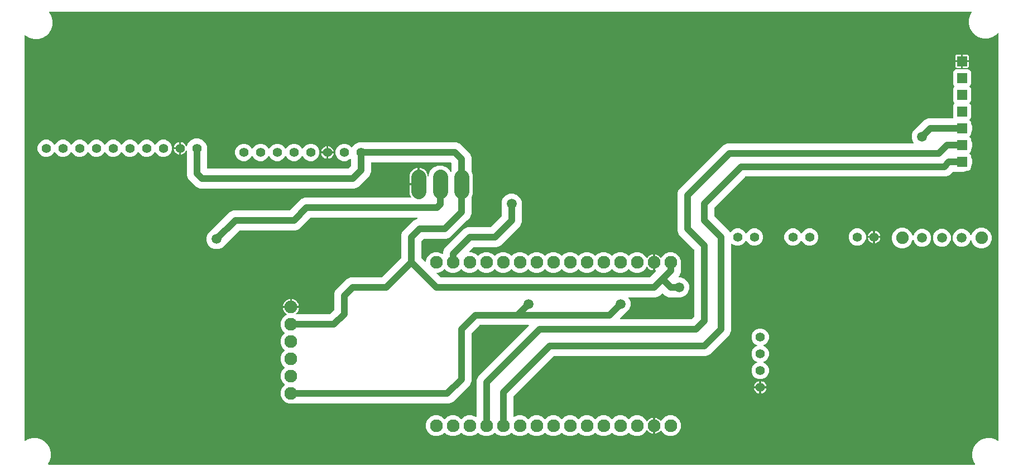
<source format=gbr>
G04 EAGLE Gerber RS-274X export*
G75*
%MOMM*%
%FSLAX34Y34*%
%LPD*%
%INTop Copper*%
%IPPOS*%
%AMOC8*
5,1,8,0,0,1.08239X$1,22.5*%
G01*
%ADD10C,1.930400*%
%ADD11C,1.508000*%
%ADD12C,1.905000*%
%ADD13C,1.408000*%
%ADD14R,1.508000X1.508000*%
%ADD15C,1.950000*%
%ADD16C,2.250000*%
%ADD17C,1.500000*%
%ADD18C,1.000000*%

G36*
X1451721Y10176D02*
X1451721Y10176D01*
X1451816Y10185D01*
X1451842Y10196D01*
X1451870Y10200D01*
X1451954Y10245D01*
X1452041Y10283D01*
X1452062Y10302D01*
X1452087Y10316D01*
X1452152Y10385D01*
X1452223Y10449D01*
X1452237Y10473D01*
X1452256Y10494D01*
X1452296Y10580D01*
X1452343Y10664D01*
X1452348Y10691D01*
X1452360Y10717D01*
X1452370Y10812D01*
X1452388Y10905D01*
X1452384Y10933D01*
X1452387Y10961D01*
X1452367Y11055D01*
X1452353Y11149D01*
X1452339Y11181D01*
X1452335Y11202D01*
X1452318Y11230D01*
X1452286Y11303D01*
X1449754Y15688D01*
X1448039Y22088D01*
X1448039Y28712D01*
X1449754Y35112D01*
X1453066Y40849D01*
X1457751Y45534D01*
X1463488Y48846D01*
X1469888Y50561D01*
X1476512Y50561D01*
X1482912Y48846D01*
X1487097Y46429D01*
X1487186Y46396D01*
X1487273Y46356D01*
X1487301Y46352D01*
X1487327Y46342D01*
X1487423Y46339D01*
X1487517Y46328D01*
X1487545Y46334D01*
X1487573Y46333D01*
X1487665Y46361D01*
X1487758Y46381D01*
X1487782Y46395D01*
X1487809Y46403D01*
X1487887Y46458D01*
X1487969Y46507D01*
X1487987Y46528D01*
X1488010Y46545D01*
X1488067Y46621D01*
X1488129Y46694D01*
X1488139Y46720D01*
X1488156Y46743D01*
X1488185Y46833D01*
X1488221Y46922D01*
X1488225Y46957D01*
X1488231Y46977D01*
X1488231Y47010D01*
X1488239Y47089D01*
X1488239Y664689D01*
X1488228Y664760D01*
X1488226Y664831D01*
X1488208Y664880D01*
X1488200Y664932D01*
X1488166Y664995D01*
X1488141Y665062D01*
X1488109Y665103D01*
X1488084Y665149D01*
X1488032Y665198D01*
X1487988Y665254D01*
X1487944Y665282D01*
X1487906Y665318D01*
X1487841Y665348D01*
X1487781Y665387D01*
X1487730Y665400D01*
X1487683Y665422D01*
X1487612Y665430D01*
X1487542Y665447D01*
X1487490Y665443D01*
X1487439Y665449D01*
X1487368Y665434D01*
X1487297Y665428D01*
X1487249Y665408D01*
X1487198Y665397D01*
X1487137Y665360D01*
X1487071Y665332D01*
X1487015Y665287D01*
X1486987Y665271D01*
X1486972Y665253D01*
X1486940Y665227D01*
X1483569Y661856D01*
X1477832Y658544D01*
X1471432Y656829D01*
X1464808Y656829D01*
X1458408Y658544D01*
X1452671Y661856D01*
X1447986Y666541D01*
X1444674Y672278D01*
X1442959Y678678D01*
X1442959Y685302D01*
X1444674Y691702D01*
X1447500Y696597D01*
X1447534Y696686D01*
X1447574Y696773D01*
X1447577Y696801D01*
X1447587Y696827D01*
X1447591Y696923D01*
X1447601Y697017D01*
X1447595Y697045D01*
X1447596Y697073D01*
X1447569Y697165D01*
X1447549Y697258D01*
X1447535Y697282D01*
X1447527Y697309D01*
X1447472Y697387D01*
X1447423Y697469D01*
X1447402Y697487D01*
X1447385Y697510D01*
X1447309Y697567D01*
X1447236Y697629D01*
X1447210Y697639D01*
X1447187Y697656D01*
X1447097Y697685D01*
X1447008Y697721D01*
X1446973Y697725D01*
X1446953Y697731D01*
X1446920Y697731D01*
X1446841Y697739D01*
X48341Y697739D01*
X48271Y697728D01*
X48199Y697726D01*
X48150Y697708D01*
X48098Y697700D01*
X48035Y697666D01*
X47968Y697641D01*
X47927Y697609D01*
X47881Y697584D01*
X47832Y697533D01*
X47776Y697488D01*
X47748Y697444D01*
X47712Y697406D01*
X47681Y697341D01*
X47643Y697281D01*
X47630Y697230D01*
X47608Y697183D01*
X47600Y697112D01*
X47583Y697042D01*
X47587Y696990D01*
X47581Y696939D01*
X47596Y696868D01*
X47602Y696797D01*
X47622Y696749D01*
X47633Y696698D01*
X47670Y696637D01*
X47698Y696571D01*
X47743Y696515D01*
X47759Y696487D01*
X47777Y696472D01*
X47803Y696440D01*
X48074Y696169D01*
X51386Y690432D01*
X53101Y684032D01*
X53101Y677408D01*
X51386Y671008D01*
X48074Y665271D01*
X43389Y660586D01*
X37652Y657274D01*
X31252Y655559D01*
X24628Y655559D01*
X18228Y657274D01*
X12491Y660586D01*
X11460Y661617D01*
X11402Y661659D01*
X11350Y661708D01*
X11303Y661730D01*
X11261Y661761D01*
X11192Y661782D01*
X11127Y661812D01*
X11075Y661818D01*
X11025Y661833D01*
X10954Y661831D01*
X10883Y661839D01*
X10832Y661828D01*
X10780Y661827D01*
X10712Y661802D01*
X10642Y661787D01*
X10597Y661760D01*
X10549Y661742D01*
X10493Y661697D01*
X10431Y661661D01*
X10397Y661621D01*
X10357Y661588D01*
X10318Y661528D01*
X10271Y661474D01*
X10252Y661425D01*
X10224Y661382D01*
X10206Y661312D01*
X10179Y661246D01*
X10171Y661174D01*
X10163Y661143D01*
X10165Y661120D01*
X10161Y661079D01*
X10161Y46973D01*
X10176Y46879D01*
X10185Y46784D01*
X10196Y46758D01*
X10200Y46730D01*
X10245Y46646D01*
X10283Y46559D01*
X10302Y46538D01*
X10316Y46513D01*
X10385Y46448D01*
X10449Y46377D01*
X10473Y46363D01*
X10494Y46344D01*
X10580Y46304D01*
X10664Y46257D01*
X10691Y46252D01*
X10717Y46240D01*
X10812Y46230D01*
X10905Y46212D01*
X10933Y46216D01*
X10961Y46213D01*
X11055Y46233D01*
X11149Y46247D01*
X11181Y46261D01*
X11202Y46265D01*
X11230Y46282D01*
X11303Y46314D01*
X15688Y48846D01*
X22088Y50561D01*
X28712Y50561D01*
X35112Y48846D01*
X40849Y45534D01*
X45534Y40849D01*
X48846Y35112D01*
X50561Y28712D01*
X50561Y22088D01*
X48846Y15688D01*
X46314Y11303D01*
X46280Y11214D01*
X46240Y11127D01*
X46237Y11099D01*
X46227Y11073D01*
X46223Y10977D01*
X46213Y10883D01*
X46219Y10855D01*
X46218Y10827D01*
X46245Y10735D01*
X46265Y10642D01*
X46280Y10618D01*
X46288Y10591D01*
X46343Y10513D01*
X46391Y10431D01*
X46413Y10413D01*
X46429Y10390D01*
X46506Y10333D01*
X46578Y10271D01*
X46605Y10261D01*
X46627Y10244D01*
X46718Y10215D01*
X46807Y10179D01*
X46842Y10175D01*
X46862Y10169D01*
X46895Y10169D01*
X46973Y10161D01*
X1451627Y10161D01*
X1451721Y10176D01*
G37*
%LPC*%
G36*
X631986Y53657D02*
X631986Y53657D01*
X626233Y56040D01*
X621830Y60443D01*
X619447Y66196D01*
X619447Y72424D01*
X621830Y78177D01*
X626233Y82580D01*
X631986Y84963D01*
X638214Y84963D01*
X643967Y82580D01*
X647262Y79285D01*
X647278Y79273D01*
X647290Y79257D01*
X647378Y79201D01*
X647461Y79141D01*
X647480Y79135D01*
X647497Y79124D01*
X647598Y79099D01*
X647697Y79069D01*
X647716Y79069D01*
X647736Y79064D01*
X647839Y79072D01*
X647942Y79075D01*
X647961Y79082D01*
X647981Y79083D01*
X648076Y79124D01*
X648173Y79160D01*
X648189Y79172D01*
X648207Y79180D01*
X648338Y79285D01*
X651633Y82580D01*
X657386Y84963D01*
X663614Y84963D01*
X669367Y82580D01*
X672662Y79285D01*
X672678Y79273D01*
X672690Y79257D01*
X672778Y79201D01*
X672861Y79141D01*
X672880Y79135D01*
X672897Y79124D01*
X672998Y79099D01*
X673097Y79069D01*
X673116Y79069D01*
X673136Y79064D01*
X673239Y79072D01*
X673342Y79075D01*
X673361Y79082D01*
X673381Y79083D01*
X673476Y79124D01*
X673573Y79160D01*
X673589Y79172D01*
X673607Y79180D01*
X673738Y79285D01*
X677033Y82580D01*
X682786Y84963D01*
X689014Y84963D01*
X694767Y82580D01*
X694840Y82507D01*
X694898Y82465D01*
X694950Y82415D01*
X694997Y82393D01*
X695039Y82363D01*
X695108Y82342D01*
X695173Y82312D01*
X695225Y82306D01*
X695274Y82291D01*
X695346Y82293D01*
X695417Y82285D01*
X695468Y82296D01*
X695520Y82297D01*
X695588Y82322D01*
X695658Y82337D01*
X695703Y82364D01*
X695751Y82381D01*
X695807Y82426D01*
X695869Y82463D01*
X695903Y82503D01*
X695943Y82535D01*
X695982Y82596D01*
X696029Y82650D01*
X696048Y82698D01*
X696076Y82742D01*
X696094Y82812D01*
X696121Y82878D01*
X696129Y82949D01*
X696137Y82981D01*
X696135Y83004D01*
X696139Y83045D01*
X696139Y138218D01*
X698447Y143790D01*
X775407Y220750D01*
X775449Y220808D01*
X775498Y220860D01*
X775520Y220907D01*
X775551Y220949D01*
X775572Y221018D01*
X775602Y221083D01*
X775608Y221135D01*
X775623Y221185D01*
X775621Y221256D01*
X775629Y221327D01*
X775618Y221378D01*
X775617Y221430D01*
X775592Y221498D01*
X775577Y221568D01*
X775550Y221612D01*
X775532Y221661D01*
X775487Y221717D01*
X775451Y221779D01*
X775411Y221813D01*
X775378Y221853D01*
X775318Y221892D01*
X775264Y221939D01*
X775215Y221958D01*
X775172Y221986D01*
X775102Y222004D01*
X775036Y222031D01*
X774964Y222039D01*
X774933Y222047D01*
X774910Y222045D01*
X774869Y222049D01*
X701005Y222049D01*
X700915Y222035D01*
X700824Y222027D01*
X700794Y222015D01*
X700762Y222010D01*
X700682Y221967D01*
X700598Y221931D01*
X700566Y221905D01*
X700545Y221894D01*
X700523Y221871D01*
X700467Y221826D01*
X688484Y209843D01*
X688431Y209769D01*
X688371Y209700D01*
X688359Y209670D01*
X688340Y209643D01*
X688313Y209556D01*
X688279Y209472D01*
X688275Y209431D01*
X688268Y209408D01*
X688269Y209376D01*
X688261Y209305D01*
X688261Y136684D01*
X685953Y131112D01*
X660378Y105537D01*
X654806Y103229D01*
X419289Y103229D01*
X419224Y103219D01*
X419159Y103218D01*
X419079Y103195D01*
X419046Y103190D01*
X419029Y103180D01*
X418997Y103171D01*
X417713Y102639D01*
X411447Y102639D01*
X405658Y105037D01*
X401227Y109468D01*
X398829Y115257D01*
X398829Y121523D01*
X401227Y127312D01*
X404867Y130952D01*
X404878Y130968D01*
X404894Y130980D01*
X404950Y131068D01*
X405010Y131151D01*
X405016Y131170D01*
X405027Y131187D01*
X405052Y131288D01*
X405083Y131387D01*
X405082Y131406D01*
X405087Y131426D01*
X405079Y131529D01*
X405076Y131632D01*
X405069Y131651D01*
X405068Y131671D01*
X405028Y131766D01*
X404992Y131863D01*
X404979Y131879D01*
X404972Y131897D01*
X404867Y132028D01*
X401227Y135668D01*
X398829Y141457D01*
X398829Y147723D01*
X401227Y153512D01*
X404867Y157152D01*
X404878Y157168D01*
X404894Y157180D01*
X404950Y157268D01*
X405010Y157351D01*
X405016Y157370D01*
X405027Y157387D01*
X405052Y157488D01*
X405083Y157587D01*
X405082Y157606D01*
X405087Y157626D01*
X405079Y157729D01*
X405076Y157832D01*
X405069Y157851D01*
X405068Y157871D01*
X405028Y157966D01*
X404992Y158063D01*
X404979Y158079D01*
X404972Y158097D01*
X404867Y158228D01*
X401227Y161868D01*
X398829Y167657D01*
X398829Y173923D01*
X401227Y179712D01*
X404867Y183352D01*
X404878Y183368D01*
X404894Y183380D01*
X404950Y183468D01*
X405010Y183551D01*
X405016Y183570D01*
X405027Y183587D01*
X405052Y183688D01*
X405083Y183787D01*
X405082Y183806D01*
X405087Y183826D01*
X405079Y183929D01*
X405076Y184032D01*
X405069Y184051D01*
X405068Y184071D01*
X405028Y184166D01*
X404992Y184263D01*
X404979Y184279D01*
X404972Y184297D01*
X404867Y184428D01*
X401227Y188068D01*
X398829Y193857D01*
X398829Y200123D01*
X401227Y205912D01*
X404867Y209552D01*
X404878Y209568D01*
X404894Y209580D01*
X404950Y209668D01*
X405010Y209751D01*
X405016Y209770D01*
X405027Y209787D01*
X405052Y209888D01*
X405083Y209987D01*
X405082Y210006D01*
X405087Y210026D01*
X405079Y210129D01*
X405076Y210232D01*
X405069Y210251D01*
X405068Y210271D01*
X405028Y210366D01*
X404992Y210463D01*
X404979Y210479D01*
X404972Y210497D01*
X404867Y210628D01*
X401227Y214268D01*
X398829Y220057D01*
X398829Y226323D01*
X401227Y232112D01*
X405658Y236543D01*
X408029Y237525D01*
X408118Y237580D01*
X408210Y237631D01*
X408223Y237645D01*
X408238Y237655D01*
X408305Y237735D01*
X408376Y237813D01*
X408383Y237830D01*
X408395Y237844D01*
X408432Y237942D01*
X408475Y238038D01*
X408476Y238057D01*
X408483Y238074D01*
X408487Y238179D01*
X408497Y238283D01*
X408493Y238301D01*
X408493Y238319D01*
X408464Y238420D01*
X408440Y238523D01*
X408430Y238538D01*
X408425Y238556D01*
X408365Y238642D01*
X408309Y238731D01*
X408293Y238746D01*
X408285Y238758D01*
X408259Y238777D01*
X408185Y238844D01*
X406573Y240015D01*
X405205Y241383D01*
X404068Y242948D01*
X403190Y244672D01*
X402592Y246512D01*
X402377Y247867D01*
X413818Y247867D01*
X413838Y247870D01*
X413857Y247868D01*
X413959Y247890D01*
X414061Y247907D01*
X414078Y247916D01*
X414098Y247920D01*
X414187Y247973D01*
X414278Y248022D01*
X414292Y248036D01*
X414309Y248046D01*
X414376Y248125D01*
X414447Y248200D01*
X414456Y248218D01*
X414469Y248233D01*
X414507Y248329D01*
X414551Y248423D01*
X414553Y248443D01*
X414561Y248461D01*
X414579Y248628D01*
X414579Y249391D01*
X414581Y249391D01*
X414581Y248628D01*
X414584Y248608D01*
X414582Y248589D01*
X414604Y248487D01*
X414621Y248385D01*
X414630Y248368D01*
X414634Y248348D01*
X414687Y248259D01*
X414736Y248168D01*
X414750Y248154D01*
X414760Y248137D01*
X414839Y248070D01*
X414914Y247999D01*
X414932Y247990D01*
X414947Y247977D01*
X415043Y247938D01*
X415137Y247895D01*
X415157Y247893D01*
X415175Y247885D01*
X415342Y247867D01*
X426783Y247867D01*
X426568Y246512D01*
X425970Y244672D01*
X425092Y242948D01*
X423955Y241383D01*
X422587Y240015D01*
X422191Y239728D01*
X422186Y239722D01*
X422179Y239718D01*
X422099Y239635D01*
X422018Y239553D01*
X422015Y239546D01*
X422009Y239540D01*
X421961Y239435D01*
X421910Y239332D01*
X421909Y239324D01*
X421906Y239317D01*
X421893Y239203D01*
X421878Y239088D01*
X421879Y239080D01*
X421879Y239073D01*
X421903Y238960D01*
X421925Y238847D01*
X421929Y238840D01*
X421931Y238832D01*
X421990Y238734D01*
X422047Y238633D01*
X422053Y238628D01*
X422057Y238621D01*
X422145Y238546D01*
X422231Y238470D01*
X422238Y238466D01*
X422244Y238461D01*
X422351Y238418D01*
X422457Y238373D01*
X422465Y238372D01*
X422472Y238369D01*
X422639Y238351D01*
X473135Y238351D01*
X473225Y238365D01*
X473316Y238373D01*
X473346Y238385D01*
X473378Y238390D01*
X473458Y238433D01*
X473542Y238469D01*
X473574Y238495D01*
X473595Y238506D01*
X473617Y238529D01*
X473673Y238574D01*
X479916Y244817D01*
X479969Y244891D01*
X480029Y244960D01*
X480041Y244990D01*
X480060Y245017D01*
X480087Y245104D01*
X480121Y245188D01*
X480125Y245229D01*
X480132Y245252D01*
X480131Y245284D01*
X480139Y245355D01*
X480139Y269716D01*
X482447Y275288D01*
X499412Y292253D01*
X504984Y294561D01*
X552205Y294561D01*
X552295Y294575D01*
X552386Y294583D01*
X552416Y294595D01*
X552448Y294600D01*
X552528Y294643D01*
X552612Y294679D01*
X552644Y294705D01*
X552665Y294716D01*
X552687Y294739D01*
X552743Y294784D01*
X581516Y323557D01*
X581569Y323631D01*
X581629Y323700D01*
X581641Y323730D01*
X581660Y323757D01*
X581687Y323844D01*
X581721Y323928D01*
X581725Y323969D01*
X581732Y323992D01*
X581731Y324024D01*
X581739Y324095D01*
X581739Y358616D01*
X584047Y364188D01*
X601012Y381153D01*
X606497Y383425D01*
X606580Y383476D01*
X606666Y383522D01*
X606684Y383541D01*
X606706Y383554D01*
X606769Y383629D01*
X606836Y383700D01*
X606847Y383724D01*
X606863Y383744D01*
X606898Y383835D01*
X606939Y383923D01*
X606942Y383949D01*
X606951Y383973D01*
X606956Y384071D01*
X606966Y384167D01*
X606961Y384193D01*
X606962Y384219D01*
X606935Y384313D01*
X606914Y384408D01*
X606901Y384430D01*
X606893Y384455D01*
X606838Y384535D01*
X606788Y384619D01*
X606768Y384636D01*
X606753Y384657D01*
X606675Y384716D01*
X606601Y384779D01*
X606577Y384789D01*
X606556Y384804D01*
X606463Y384834D01*
X606373Y384871D01*
X606340Y384874D01*
X606322Y384880D01*
X606289Y384880D01*
X606206Y384889D01*
X444745Y384889D01*
X444655Y384875D01*
X444564Y384867D01*
X444534Y384855D01*
X444502Y384850D01*
X444422Y384807D01*
X444338Y384771D01*
X444306Y384745D01*
X444285Y384734D01*
X444263Y384711D01*
X444207Y384666D01*
X427688Y368147D01*
X422116Y365839D01*
X336795Y365839D01*
X336705Y365825D01*
X336614Y365817D01*
X336584Y365805D01*
X336552Y365800D01*
X336472Y365757D01*
X336388Y365721D01*
X336356Y365695D01*
X336335Y365684D01*
X336313Y365661D01*
X336257Y365616D01*
X310277Y339637D01*
X304705Y337329D01*
X298674Y337329D01*
X293102Y339637D01*
X288837Y343902D01*
X286529Y349474D01*
X286529Y355505D01*
X288837Y361077D01*
X321612Y393853D01*
X327184Y396161D01*
X412505Y396161D01*
X412595Y396175D01*
X412686Y396183D01*
X412716Y396195D01*
X412748Y396200D01*
X412828Y396243D01*
X412912Y396279D01*
X412944Y396305D01*
X412965Y396316D01*
X412987Y396339D01*
X413043Y396384D01*
X429562Y412903D01*
X435134Y415211D01*
X596437Y415211D01*
X596449Y415213D01*
X596461Y415211D01*
X596570Y415232D01*
X596680Y415250D01*
X596690Y415256D01*
X596702Y415258D01*
X596799Y415313D01*
X596897Y415366D01*
X596905Y415374D01*
X596916Y415380D01*
X596990Y415463D01*
X597067Y415544D01*
X597072Y415555D01*
X597080Y415564D01*
X597123Y415666D01*
X597170Y415767D01*
X597171Y415779D01*
X597176Y415790D01*
X597185Y415901D01*
X597197Y416011D01*
X597195Y416023D01*
X597196Y416035D01*
X597169Y416143D01*
X597145Y416252D01*
X597139Y416262D01*
X597136Y416274D01*
X597053Y416419D01*
X596535Y417132D01*
X595550Y419066D01*
X594879Y421131D01*
X594539Y423275D01*
X594539Y434087D01*
X607568Y434087D01*
X607588Y434090D01*
X607607Y434088D01*
X607709Y434110D01*
X607811Y434127D01*
X607828Y434136D01*
X607848Y434140D01*
X607937Y434193D01*
X608028Y434242D01*
X608042Y434256D01*
X608059Y434266D01*
X608126Y434345D01*
X608197Y434420D01*
X608206Y434438D01*
X608219Y434453D01*
X608257Y434549D01*
X608301Y434643D01*
X608303Y434663D01*
X608311Y434681D01*
X608329Y434848D01*
X608329Y435611D01*
X609092Y435611D01*
X609112Y435614D01*
X609131Y435612D01*
X609233Y435634D01*
X609335Y435651D01*
X609352Y435660D01*
X609372Y435664D01*
X609461Y435717D01*
X609552Y435766D01*
X609566Y435780D01*
X609583Y435790D01*
X609650Y435869D01*
X609721Y435944D01*
X609730Y435962D01*
X609743Y435977D01*
X609782Y436073D01*
X609825Y436167D01*
X609827Y436187D01*
X609835Y436205D01*
X609853Y436372D01*
X609853Y460581D01*
X611559Y460311D01*
X613624Y459640D01*
X615558Y458655D01*
X617314Y457379D01*
X618849Y455844D01*
X620125Y454088D01*
X621110Y452154D01*
X621781Y450089D01*
X622066Y448290D01*
X622086Y448229D01*
X622097Y448166D01*
X622125Y448113D01*
X622143Y448056D01*
X622182Y448005D01*
X622212Y447949D01*
X622255Y447908D01*
X622291Y447860D01*
X622344Y447824D01*
X622390Y447780D01*
X622444Y447754D01*
X622494Y447720D01*
X622555Y447703D01*
X622613Y447676D01*
X622673Y447669D01*
X622730Y447653D01*
X622794Y447656D01*
X622857Y447649D01*
X622916Y447662D01*
X622976Y447664D01*
X623035Y447687D01*
X623098Y447701D01*
X623149Y447732D01*
X623205Y447754D01*
X623254Y447794D01*
X623309Y447827D01*
X623348Y447873D01*
X623394Y447911D01*
X623427Y447966D01*
X623469Y448014D01*
X623491Y448070D01*
X623523Y448121D01*
X623537Y448183D01*
X623561Y448242D01*
X623570Y448328D01*
X623578Y448361D01*
X623577Y448385D01*
X623579Y448409D01*
X623579Y450291D01*
X626206Y456632D01*
X631058Y461484D01*
X637399Y464111D01*
X644261Y464111D01*
X650602Y461484D01*
X655454Y456632D01*
X656377Y454405D01*
X656415Y454344D01*
X656444Y454279D01*
X656479Y454241D01*
X656506Y454196D01*
X656562Y454150D01*
X656610Y454098D01*
X656656Y454073D01*
X656696Y454039D01*
X656763Y454014D01*
X656826Y453979D01*
X656877Y453970D01*
X656925Y453951D01*
X656997Y453948D01*
X657068Y453935D01*
X657119Y453943D01*
X657171Y453941D01*
X657240Y453961D01*
X657311Y453971D01*
X657357Y453995D01*
X657407Y454009D01*
X657466Y454050D01*
X657530Y454083D01*
X657567Y454120D01*
X657609Y454150D01*
X657652Y454207D01*
X657702Y454258D01*
X657737Y454321D01*
X657756Y454347D01*
X657763Y454369D01*
X657783Y454405D01*
X658111Y455197D01*
X658123Y455249D01*
X658141Y455287D01*
X658143Y455302D01*
X658151Y455322D01*
X658160Y455405D01*
X658167Y455437D01*
X658166Y455456D01*
X658169Y455489D01*
X658169Y467115D01*
X658155Y467205D01*
X658147Y467296D01*
X658135Y467326D01*
X658130Y467358D01*
X658087Y467438D01*
X658051Y467522D01*
X658025Y467554D01*
X658014Y467575D01*
X657991Y467597D01*
X657946Y467653D01*
X657113Y468486D01*
X657039Y468539D01*
X656970Y468599D01*
X656940Y468611D01*
X656913Y468630D01*
X656827Y468657D01*
X656742Y468691D01*
X656701Y468695D01*
X656678Y468702D01*
X656646Y468701D01*
X656575Y468709D01*
X536622Y468709D01*
X536602Y468706D01*
X536583Y468708D01*
X536481Y468686D01*
X536379Y468670D01*
X536362Y468660D01*
X536342Y468656D01*
X536253Y468603D01*
X536162Y468554D01*
X536148Y468540D01*
X536131Y468530D01*
X536064Y468451D01*
X535992Y468376D01*
X535984Y468358D01*
X535971Y468343D01*
X535932Y468247D01*
X535889Y468153D01*
X535887Y468133D01*
X535879Y468115D01*
X535861Y467948D01*
X535861Y454184D01*
X533553Y448612D01*
X516588Y431647D01*
X511016Y429339D01*
X276384Y429339D01*
X270812Y431647D01*
X258927Y443532D01*
X256619Y449104D01*
X256619Y486041D01*
X256608Y486108D01*
X256607Y486176D01*
X256589Y486229D01*
X256580Y486284D01*
X256548Y486344D01*
X256525Y486408D01*
X256491Y486452D01*
X256464Y486502D01*
X256415Y486548D01*
X256374Y486602D01*
X256327Y486632D01*
X256286Y486671D01*
X256225Y486700D01*
X256168Y486737D01*
X256114Y486751D01*
X256063Y486775D01*
X255996Y486782D01*
X255930Y486799D01*
X255874Y486796D01*
X255819Y486802D01*
X255752Y486787D01*
X255685Y486783D01*
X255633Y486761D01*
X255578Y486749D01*
X255520Y486715D01*
X255457Y486689D01*
X255415Y486652D01*
X255367Y486623D01*
X255323Y486572D01*
X255272Y486527D01*
X255229Y486461D01*
X255207Y486436D01*
X255199Y486417D01*
X255180Y486387D01*
X254574Y485199D01*
X253688Y483978D01*
X252622Y482912D01*
X251401Y482026D01*
X250058Y481341D01*
X248623Y480875D01*
X247903Y480761D01*
X247903Y489458D01*
X247900Y489478D01*
X247902Y489497D01*
X247880Y489599D01*
X247863Y489701D01*
X247854Y489718D01*
X247850Y489738D01*
X247797Y489827D01*
X247748Y489918D01*
X247734Y489932D01*
X247724Y489949D01*
X247645Y490016D01*
X247570Y490087D01*
X247552Y490096D01*
X247537Y490109D01*
X247441Y490147D01*
X247347Y490191D01*
X247327Y490193D01*
X247309Y490201D01*
X247142Y490219D01*
X246379Y490219D01*
X246379Y490221D01*
X247142Y490221D01*
X247162Y490224D01*
X247181Y490222D01*
X247283Y490244D01*
X247385Y490261D01*
X247402Y490270D01*
X247422Y490274D01*
X247511Y490327D01*
X247602Y490376D01*
X247616Y490390D01*
X247633Y490400D01*
X247700Y490479D01*
X247771Y490554D01*
X247780Y490572D01*
X247793Y490587D01*
X247832Y490683D01*
X247875Y490777D01*
X247877Y490797D01*
X247885Y490815D01*
X247903Y490982D01*
X247903Y499679D01*
X248623Y499565D01*
X250058Y499099D01*
X251401Y498414D01*
X252622Y497528D01*
X253688Y496462D01*
X254574Y495241D01*
X255259Y493898D01*
X255340Y493649D01*
X255386Y493559D01*
X255427Y493466D01*
X255442Y493450D01*
X255453Y493430D01*
X255525Y493360D01*
X255594Y493285D01*
X255613Y493274D01*
X255629Y493259D01*
X255720Y493215D01*
X255809Y493166D01*
X255831Y493162D01*
X255851Y493153D01*
X255952Y493141D01*
X256051Y493123D01*
X256073Y493126D01*
X256095Y493123D01*
X256195Y493144D01*
X256295Y493158D01*
X256314Y493168D01*
X256336Y493173D01*
X256424Y493224D01*
X256514Y493270D01*
X256530Y493286D01*
X256549Y493297D01*
X256615Y493373D01*
X256686Y493446D01*
X256699Y493470D01*
X256710Y493482D01*
X256723Y493512D01*
X256767Y493592D01*
X258927Y498808D01*
X263192Y503073D01*
X268764Y505381D01*
X274796Y505381D01*
X280368Y503073D01*
X284633Y498808D01*
X286941Y493236D01*
X286941Y460422D01*
X286944Y460402D01*
X286942Y460383D01*
X286964Y460281D01*
X286980Y460179D01*
X286990Y460162D01*
X286994Y460142D01*
X287047Y460053D01*
X287096Y459962D01*
X287110Y459948D01*
X287120Y459931D01*
X287199Y459864D01*
X287274Y459792D01*
X287292Y459784D01*
X287307Y459771D01*
X287403Y459732D01*
X287497Y459689D01*
X287517Y459687D01*
X287535Y459679D01*
X287702Y459661D01*
X501405Y459661D01*
X501495Y459675D01*
X501586Y459683D01*
X501616Y459695D01*
X501648Y459700D01*
X501728Y459743D01*
X501812Y459779D01*
X501844Y459805D01*
X501865Y459816D01*
X501887Y459839D01*
X501943Y459884D01*
X505316Y463257D01*
X505369Y463331D01*
X505429Y463400D01*
X505441Y463430D01*
X505460Y463457D01*
X505487Y463544D01*
X505521Y463628D01*
X505525Y463669D01*
X505532Y463692D01*
X505531Y463724D01*
X505539Y463795D01*
X505539Y473829D01*
X505528Y473900D01*
X505526Y473972D01*
X505508Y474020D01*
X505500Y474072D01*
X505466Y474135D01*
X505441Y474203D01*
X505409Y474243D01*
X505384Y474289D01*
X505332Y474339D01*
X505288Y474395D01*
X505244Y474423D01*
X505206Y474459D01*
X505141Y474489D01*
X505081Y474528D01*
X505030Y474540D01*
X504983Y474562D01*
X504912Y474570D01*
X504842Y474588D01*
X504790Y474584D01*
X504739Y474589D01*
X504668Y474574D01*
X504597Y474568D01*
X504549Y474548D01*
X504498Y474537D01*
X504437Y474500D01*
X504371Y474472D01*
X504315Y474427D01*
X504287Y474411D01*
X504272Y474393D01*
X504240Y474367D01*
X502687Y472815D01*
X497894Y470829D01*
X492706Y470829D01*
X487913Y472815D01*
X484245Y476483D01*
X482259Y481276D01*
X482259Y486464D01*
X484245Y491257D01*
X487913Y494925D01*
X492706Y496911D01*
X497894Y496911D01*
X502687Y494925D01*
X506253Y491359D01*
X506290Y491333D01*
X506321Y491299D01*
X506390Y491261D01*
X506453Y491216D01*
X506497Y491202D01*
X506537Y491180D01*
X506614Y491166D01*
X506688Y491143D01*
X506734Y491145D01*
X506779Y491136D01*
X506856Y491148D01*
X506934Y491150D01*
X506977Y491166D01*
X507022Y491172D01*
X507092Y491208D01*
X507165Y491234D01*
X507201Y491263D01*
X507242Y491284D01*
X507296Y491339D01*
X507357Y491388D01*
X507382Y491427D01*
X507414Y491459D01*
X507480Y491579D01*
X507490Y491595D01*
X507491Y491600D01*
X507495Y491606D01*
X507847Y492458D01*
X512112Y496723D01*
X517684Y499031D01*
X666186Y499031D01*
X671758Y496723D01*
X676130Y492351D01*
X681811Y486670D01*
X686183Y482298D01*
X688491Y476726D01*
X688491Y455489D01*
X688494Y455470D01*
X688492Y455453D01*
X688501Y455408D01*
X688502Y455358D01*
X688525Y455278D01*
X688530Y455246D01*
X688540Y455229D01*
X688543Y455217D01*
X688544Y455212D01*
X688545Y455211D01*
X688549Y455197D01*
X690581Y450291D01*
X690581Y420929D01*
X688549Y416023D01*
X688534Y415959D01*
X688509Y415898D01*
X688500Y415815D01*
X688493Y415783D01*
X688494Y415764D01*
X688491Y415731D01*
X688491Y390684D01*
X686183Y385112D01*
X681918Y380847D01*
X681665Y380743D01*
X681609Y380708D01*
X681549Y380682D01*
X681484Y380631D01*
X681456Y380613D01*
X681444Y380598D01*
X681418Y380578D01*
X656288Y355447D01*
X650716Y353139D01*
X616195Y353139D01*
X616105Y353125D01*
X616014Y353117D01*
X615984Y353105D01*
X615952Y353100D01*
X615872Y353057D01*
X615788Y353021D01*
X615756Y352995D01*
X615735Y352984D01*
X615713Y352961D01*
X615657Y352916D01*
X612284Y349543D01*
X612231Y349469D01*
X612171Y349400D01*
X612159Y349370D01*
X612140Y349343D01*
X612113Y349256D01*
X612079Y349172D01*
X612075Y349131D01*
X612068Y349108D01*
X612069Y349076D01*
X612061Y349005D01*
X612061Y324095D01*
X612075Y324005D01*
X612083Y323914D01*
X612095Y323884D01*
X612100Y323852D01*
X612143Y323772D01*
X612179Y323688D01*
X612205Y323656D01*
X612216Y323635D01*
X612239Y323613D01*
X612284Y323557D01*
X618148Y317693D01*
X618206Y317651D01*
X618258Y317602D01*
X618305Y317580D01*
X618347Y317549D01*
X618416Y317528D01*
X618481Y317498D01*
X618533Y317492D01*
X618583Y317477D01*
X618654Y317479D01*
X618725Y317471D01*
X618776Y317482D01*
X618828Y317483D01*
X618896Y317508D01*
X618966Y317523D01*
X619010Y317550D01*
X619059Y317568D01*
X619115Y317613D01*
X619177Y317649D01*
X619211Y317689D01*
X619251Y317721D01*
X619290Y317782D01*
X619337Y317836D01*
X619356Y317885D01*
X619384Y317928D01*
X619402Y317998D01*
X619429Y318064D01*
X619437Y318136D01*
X619445Y318167D01*
X619443Y318190D01*
X619447Y318231D01*
X619447Y320124D01*
X621830Y325877D01*
X626233Y330280D01*
X631986Y332663D01*
X638214Y332663D01*
X643967Y330280D01*
X644040Y330207D01*
X644098Y330165D01*
X644150Y330115D01*
X644197Y330093D01*
X644239Y330063D01*
X644308Y330042D01*
X644373Y330012D01*
X644425Y330006D01*
X644474Y329991D01*
X644546Y329993D01*
X644617Y329985D01*
X644668Y329996D01*
X644720Y329997D01*
X644788Y330022D01*
X644858Y330037D01*
X644903Y330064D01*
X644951Y330081D01*
X645007Y330126D01*
X645069Y330163D01*
X645103Y330203D01*
X645143Y330235D01*
X645182Y330296D01*
X645229Y330350D01*
X645248Y330398D01*
X645276Y330442D01*
X645294Y330512D01*
X645321Y330578D01*
X645329Y330649D01*
X645337Y330681D01*
X645335Y330704D01*
X645339Y330745D01*
X645339Y333316D01*
X647647Y338888D01*
X677212Y368453D01*
X682784Y370761D01*
X717305Y370761D01*
X717395Y370775D01*
X717486Y370783D01*
X717516Y370795D01*
X717548Y370800D01*
X717628Y370843D01*
X717712Y370879D01*
X717744Y370905D01*
X717765Y370916D01*
X717787Y370939D01*
X717843Y370984D01*
X733916Y387057D01*
X733969Y387131D01*
X734029Y387200D01*
X734041Y387230D01*
X734060Y387257D01*
X734087Y387344D01*
X734121Y387428D01*
X734125Y387469D01*
X734132Y387492D01*
X734131Y387524D01*
X734139Y387595D01*
X734139Y409416D01*
X736447Y414988D01*
X740712Y419253D01*
X746284Y421561D01*
X752316Y421561D01*
X757888Y419253D01*
X762153Y414988D01*
X764461Y409416D01*
X764461Y377984D01*
X762153Y372412D01*
X732488Y342747D01*
X726916Y340439D01*
X692395Y340439D01*
X692305Y340425D01*
X692214Y340417D01*
X692184Y340405D01*
X692152Y340400D01*
X692072Y340357D01*
X691988Y340321D01*
X691956Y340295D01*
X691935Y340284D01*
X691913Y340261D01*
X691857Y340216D01*
X685603Y333962D01*
X685561Y333904D01*
X685512Y333852D01*
X685490Y333805D01*
X685459Y333763D01*
X685438Y333694D01*
X685408Y333629D01*
X685402Y333577D01*
X685387Y333527D01*
X685389Y333456D01*
X685381Y333385D01*
X685392Y333334D01*
X685393Y333282D01*
X685418Y333214D01*
X685433Y333144D01*
X685460Y333099D01*
X685478Y333051D01*
X685523Y332995D01*
X685559Y332933D01*
X685599Y332899D01*
X685631Y332859D01*
X685692Y332820D01*
X685746Y332773D01*
X685795Y332754D01*
X685838Y332726D01*
X685908Y332708D01*
X685974Y332681D01*
X686046Y332673D01*
X686077Y332665D01*
X686100Y332667D01*
X686141Y332663D01*
X689014Y332663D01*
X694767Y330280D01*
X698062Y326985D01*
X698078Y326973D01*
X698090Y326957D01*
X698178Y326901D01*
X698261Y326841D01*
X698280Y326835D01*
X698297Y326824D01*
X698398Y326799D01*
X698497Y326769D01*
X698516Y326769D01*
X698536Y326764D01*
X698639Y326772D01*
X698742Y326775D01*
X698761Y326782D01*
X698781Y326783D01*
X698876Y326824D01*
X698973Y326860D01*
X698989Y326872D01*
X699007Y326880D01*
X699138Y326985D01*
X702433Y330280D01*
X708186Y332663D01*
X714414Y332663D01*
X720167Y330280D01*
X723462Y326985D01*
X723478Y326973D01*
X723490Y326957D01*
X723578Y326901D01*
X723661Y326841D01*
X723680Y326835D01*
X723697Y326824D01*
X723798Y326799D01*
X723897Y326769D01*
X723916Y326769D01*
X723936Y326764D01*
X724039Y326772D01*
X724142Y326775D01*
X724161Y326782D01*
X724181Y326783D01*
X724276Y326824D01*
X724373Y326860D01*
X724389Y326872D01*
X724407Y326880D01*
X724538Y326985D01*
X727833Y330280D01*
X733586Y332663D01*
X739814Y332663D01*
X745567Y330280D01*
X748862Y326985D01*
X748878Y326973D01*
X748890Y326957D01*
X748978Y326901D01*
X749061Y326841D01*
X749080Y326835D01*
X749097Y326824D01*
X749198Y326799D01*
X749297Y326769D01*
X749316Y326769D01*
X749336Y326764D01*
X749439Y326772D01*
X749542Y326775D01*
X749561Y326782D01*
X749581Y326783D01*
X749676Y326824D01*
X749773Y326860D01*
X749789Y326872D01*
X749807Y326880D01*
X749938Y326985D01*
X753233Y330280D01*
X758986Y332663D01*
X765214Y332663D01*
X770967Y330280D01*
X774262Y326985D01*
X774278Y326973D01*
X774290Y326957D01*
X774378Y326901D01*
X774461Y326841D01*
X774480Y326835D01*
X774497Y326824D01*
X774598Y326799D01*
X774697Y326769D01*
X774716Y326769D01*
X774736Y326764D01*
X774839Y326772D01*
X774942Y326775D01*
X774961Y326782D01*
X774981Y326783D01*
X775076Y326824D01*
X775173Y326860D01*
X775189Y326872D01*
X775207Y326880D01*
X775338Y326985D01*
X778633Y330280D01*
X784386Y332663D01*
X790614Y332663D01*
X796367Y330280D01*
X799662Y326985D01*
X799678Y326973D01*
X799690Y326957D01*
X799778Y326901D01*
X799861Y326841D01*
X799880Y326835D01*
X799897Y326824D01*
X799998Y326799D01*
X800097Y326769D01*
X800116Y326769D01*
X800136Y326764D01*
X800239Y326772D01*
X800342Y326775D01*
X800361Y326782D01*
X800381Y326783D01*
X800476Y326824D01*
X800573Y326860D01*
X800589Y326872D01*
X800607Y326880D01*
X800738Y326985D01*
X804033Y330280D01*
X809786Y332663D01*
X816014Y332663D01*
X821767Y330280D01*
X825062Y326985D01*
X825078Y326973D01*
X825090Y326957D01*
X825178Y326901D01*
X825261Y326841D01*
X825280Y326835D01*
X825297Y326824D01*
X825398Y326799D01*
X825497Y326769D01*
X825516Y326769D01*
X825536Y326764D01*
X825639Y326772D01*
X825742Y326775D01*
X825761Y326782D01*
X825781Y326783D01*
X825876Y326824D01*
X825973Y326860D01*
X825989Y326872D01*
X826007Y326880D01*
X826138Y326985D01*
X829433Y330280D01*
X835186Y332663D01*
X841414Y332663D01*
X847167Y330280D01*
X850462Y326985D01*
X850478Y326973D01*
X850490Y326957D01*
X850578Y326901D01*
X850661Y326841D01*
X850680Y326835D01*
X850697Y326824D01*
X850798Y326799D01*
X850897Y326769D01*
X850916Y326769D01*
X850936Y326764D01*
X851039Y326772D01*
X851142Y326775D01*
X851161Y326782D01*
X851181Y326783D01*
X851276Y326824D01*
X851373Y326860D01*
X851389Y326872D01*
X851407Y326880D01*
X851538Y326985D01*
X854833Y330280D01*
X860586Y332663D01*
X866814Y332663D01*
X872567Y330280D01*
X875862Y326985D01*
X875878Y326973D01*
X875890Y326957D01*
X875978Y326901D01*
X876061Y326841D01*
X876080Y326835D01*
X876097Y326824D01*
X876198Y326799D01*
X876297Y326769D01*
X876316Y326769D01*
X876336Y326764D01*
X876439Y326772D01*
X876542Y326775D01*
X876561Y326782D01*
X876581Y326783D01*
X876676Y326824D01*
X876773Y326860D01*
X876789Y326872D01*
X876807Y326880D01*
X876938Y326985D01*
X880233Y330280D01*
X885986Y332663D01*
X892214Y332663D01*
X897967Y330280D01*
X901262Y326985D01*
X901278Y326973D01*
X901290Y326957D01*
X901378Y326901D01*
X901461Y326841D01*
X901480Y326835D01*
X901497Y326824D01*
X901598Y326799D01*
X901697Y326769D01*
X901716Y326769D01*
X901736Y326764D01*
X901839Y326772D01*
X901942Y326775D01*
X901961Y326782D01*
X901981Y326783D01*
X902076Y326824D01*
X902173Y326860D01*
X902189Y326872D01*
X902207Y326880D01*
X902338Y326985D01*
X905633Y330280D01*
X911386Y332663D01*
X917614Y332663D01*
X923367Y330280D01*
X926662Y326985D01*
X926678Y326973D01*
X926690Y326957D01*
X926778Y326901D01*
X926861Y326841D01*
X926880Y326835D01*
X926897Y326824D01*
X926998Y326799D01*
X927097Y326769D01*
X927116Y326769D01*
X927136Y326764D01*
X927239Y326772D01*
X927342Y326775D01*
X927361Y326782D01*
X927381Y326783D01*
X927476Y326824D01*
X927573Y326860D01*
X927589Y326872D01*
X927607Y326880D01*
X927738Y326985D01*
X931033Y330280D01*
X936786Y332663D01*
X943014Y332663D01*
X948767Y330280D01*
X953170Y325877D01*
X953921Y324063D01*
X953976Y323974D01*
X954027Y323882D01*
X954041Y323870D01*
X954050Y323854D01*
X954132Y323787D01*
X954209Y323716D01*
X954226Y323709D01*
X954240Y323697D01*
X954338Y323660D01*
X954434Y323617D01*
X954453Y323616D01*
X954470Y323609D01*
X954574Y323605D01*
X954679Y323595D01*
X954697Y323600D01*
X954715Y323599D01*
X954816Y323628D01*
X954919Y323653D01*
X954934Y323662D01*
X954952Y323667D01*
X955038Y323727D01*
X955127Y323783D01*
X955142Y323800D01*
X955154Y323808D01*
X955172Y323833D01*
X955240Y323907D01*
X956000Y324953D01*
X957357Y326310D01*
X958910Y327438D01*
X960620Y328309D01*
X962445Y328903D01*
X963777Y329113D01*
X963777Y317772D01*
X963780Y317752D01*
X963778Y317733D01*
X963800Y317631D01*
X963817Y317529D01*
X963826Y317512D01*
X963830Y317492D01*
X963883Y317403D01*
X963932Y317312D01*
X963946Y317298D01*
X963956Y317281D01*
X964035Y317214D01*
X964110Y317143D01*
X964128Y317134D01*
X964143Y317121D01*
X964239Y317083D01*
X964333Y317039D01*
X964353Y317037D01*
X964371Y317029D01*
X964538Y317011D01*
X966062Y317011D01*
X966082Y317014D01*
X966101Y317012D01*
X966203Y317034D01*
X966305Y317051D01*
X966322Y317060D01*
X966342Y317064D01*
X966431Y317117D01*
X966522Y317166D01*
X966536Y317180D01*
X966553Y317190D01*
X966620Y317269D01*
X966691Y317344D01*
X966700Y317362D01*
X966713Y317377D01*
X966752Y317473D01*
X966795Y317567D01*
X966797Y317587D01*
X966805Y317605D01*
X966823Y317772D01*
X966823Y329113D01*
X968155Y328903D01*
X969980Y328309D01*
X971690Y327438D01*
X973243Y326310D01*
X974600Y324953D01*
X975360Y323907D01*
X975435Y323833D01*
X975506Y323756D01*
X975522Y323747D01*
X975535Y323734D01*
X975629Y323688D01*
X975721Y323637D01*
X975739Y323634D01*
X975756Y323626D01*
X975860Y323612D01*
X975963Y323593D01*
X975982Y323596D01*
X976000Y323594D01*
X976103Y323614D01*
X976207Y323629D01*
X976223Y323637D01*
X976241Y323641D01*
X976332Y323693D01*
X976426Y323741D01*
X976439Y323754D01*
X976455Y323763D01*
X976525Y323841D01*
X976598Y323916D01*
X976609Y323936D01*
X976618Y323946D01*
X976631Y323975D01*
X976679Y324063D01*
X977430Y325877D01*
X981833Y330280D01*
X987586Y332663D01*
X993814Y332663D01*
X999567Y330280D01*
X1003970Y325877D01*
X1006353Y320124D01*
X1006353Y313896D01*
X1005919Y312849D01*
X1005904Y312785D01*
X1005879Y312724D01*
X1005870Y312641D01*
X1005863Y312609D01*
X1005864Y312590D01*
X1005861Y312557D01*
X1005861Y301884D01*
X1003553Y296312D01*
X1003101Y295860D01*
X1003059Y295802D01*
X1003010Y295750D01*
X1002988Y295703D01*
X1002957Y295661D01*
X1002936Y295592D01*
X1002906Y295527D01*
X1002900Y295475D01*
X1002885Y295425D01*
X1002887Y295354D01*
X1002879Y295283D01*
X1002890Y295232D01*
X1002891Y295180D01*
X1002916Y295112D01*
X1002931Y295042D01*
X1002958Y294997D01*
X1002976Y294949D01*
X1003020Y294893D01*
X1003057Y294831D01*
X1003097Y294797D01*
X1003129Y294757D01*
X1003190Y294718D01*
X1003244Y294671D01*
X1003293Y294652D01*
X1003336Y294624D01*
X1003406Y294606D01*
X1003472Y294579D01*
X1003544Y294571D01*
X1003575Y294563D01*
X1003598Y294565D01*
X1003639Y294561D01*
X1006316Y294561D01*
X1011888Y292253D01*
X1016153Y287988D01*
X1018461Y282416D01*
X1018461Y276384D01*
X1016153Y270812D01*
X1011888Y266547D01*
X1006316Y264239D01*
X987584Y264239D01*
X982012Y266547D01*
X978438Y270121D01*
X978422Y270133D01*
X978410Y270148D01*
X978322Y270205D01*
X978239Y270265D01*
X978220Y270271D01*
X978203Y270281D01*
X978102Y270307D01*
X978003Y270337D01*
X977984Y270337D01*
X977964Y270341D01*
X977861Y270333D01*
X977758Y270331D01*
X977739Y270324D01*
X977719Y270322D01*
X977624Y270282D01*
X977527Y270246D01*
X977511Y270234D01*
X977493Y270226D01*
X977362Y270121D01*
X973788Y266547D01*
X968216Y264239D01*
X927439Y264239D01*
X927368Y264228D01*
X927297Y264226D01*
X927248Y264208D01*
X927196Y264200D01*
X927133Y264166D01*
X927066Y264141D01*
X927025Y264109D01*
X926979Y264084D01*
X926930Y264032D01*
X926874Y263988D01*
X926845Y263944D01*
X926810Y263906D01*
X926779Y263841D01*
X926741Y263781D01*
X926728Y263730D01*
X926706Y263683D01*
X926698Y263612D01*
X926681Y263542D01*
X926685Y263490D01*
X926679Y263439D01*
X926694Y263368D01*
X926700Y263297D01*
X926720Y263249D01*
X926731Y263198D01*
X926768Y263137D01*
X926796Y263071D01*
X926841Y263015D01*
X926857Y262987D01*
X926875Y262972D01*
X926901Y262940D01*
X927253Y262588D01*
X929561Y257016D01*
X929561Y250984D01*
X927253Y245412D01*
X914201Y232360D01*
X914159Y232302D01*
X914110Y232250D01*
X914088Y232203D01*
X914057Y232161D01*
X914036Y232092D01*
X914006Y232027D01*
X914000Y231975D01*
X913985Y231925D01*
X913987Y231854D01*
X913979Y231783D01*
X913990Y231732D01*
X913991Y231680D01*
X914016Y231612D01*
X914031Y231542D01*
X914058Y231497D01*
X914076Y231449D01*
X914121Y231393D01*
X914157Y231331D01*
X914197Y231297D01*
X914229Y231257D01*
X914290Y231218D01*
X914344Y231171D01*
X914393Y231152D01*
X914436Y231124D01*
X914506Y231106D01*
X914572Y231079D01*
X914644Y231071D01*
X914675Y231063D01*
X914698Y231065D01*
X914739Y231061D01*
X1022105Y231061D01*
X1022195Y231075D01*
X1022286Y231083D01*
X1022316Y231095D01*
X1022348Y231100D01*
X1022428Y231143D01*
X1022512Y231179D01*
X1022544Y231205D01*
X1022565Y231216D01*
X1022587Y231239D01*
X1022643Y231284D01*
X1026016Y234657D01*
X1026069Y234731D01*
X1026129Y234800D01*
X1026141Y234830D01*
X1026160Y234857D01*
X1026187Y234944D01*
X1026221Y235028D01*
X1026225Y235069D01*
X1026232Y235092D01*
X1026231Y235124D01*
X1026239Y235195D01*
X1026239Y336305D01*
X1026225Y336395D01*
X1026217Y336486D01*
X1026205Y336516D01*
X1026200Y336548D01*
X1026157Y336628D01*
X1026121Y336712D01*
X1026095Y336744D01*
X1026084Y336765D01*
X1026061Y336787D01*
X1026016Y336843D01*
X1003147Y359712D01*
X1000839Y365284D01*
X1000839Y422116D01*
X1003147Y427688D01*
X1070912Y495453D01*
X1076484Y497761D01*
X1358561Y497761D01*
X1358632Y497772D01*
X1358703Y497774D01*
X1358752Y497792D01*
X1358804Y497800D01*
X1358867Y497834D01*
X1358934Y497859D01*
X1358975Y497891D01*
X1359021Y497916D01*
X1359070Y497968D01*
X1359126Y498012D01*
X1359155Y498056D01*
X1359190Y498094D01*
X1359221Y498159D01*
X1359259Y498219D01*
X1359272Y498270D01*
X1359294Y498317D01*
X1359302Y498388D01*
X1359319Y498458D01*
X1359315Y498510D01*
X1359321Y498561D01*
X1359306Y498632D01*
X1359300Y498703D01*
X1359280Y498751D01*
X1359269Y498802D01*
X1359232Y498863D01*
X1359204Y498929D01*
X1359159Y498985D01*
X1359143Y499013D01*
X1359125Y499028D01*
X1359099Y499060D01*
X1358747Y499412D01*
X1356439Y504984D01*
X1356439Y511016D01*
X1358747Y516588D01*
X1375712Y533553D01*
X1381284Y535861D01*
X1418504Y535861D01*
X1418549Y535868D01*
X1418595Y535866D01*
X1418670Y535888D01*
X1418746Y535900D01*
X1418787Y535922D01*
X1418831Y535935D01*
X1418895Y535979D01*
X1418964Y536016D01*
X1418995Y536049D01*
X1419033Y536075D01*
X1419079Y536137D01*
X1419133Y536194D01*
X1419153Y536236D01*
X1419180Y536272D01*
X1419204Y536346D01*
X1419237Y536417D01*
X1419242Y536463D01*
X1419256Y536506D01*
X1419255Y536584D01*
X1419264Y536661D01*
X1419254Y536706D01*
X1419254Y536752D01*
X1419216Y536884D01*
X1419212Y536902D01*
X1419209Y536906D01*
X1419207Y536913D01*
X1419019Y537366D01*
X1419019Y554834D01*
X1419933Y557039D01*
X1421155Y558262D01*
X1421167Y558278D01*
X1421183Y558290D01*
X1421239Y558378D01*
X1421299Y558461D01*
X1421305Y558480D01*
X1421316Y558497D01*
X1421341Y558598D01*
X1421371Y558697D01*
X1421371Y558716D01*
X1421376Y558736D01*
X1421368Y558839D01*
X1421365Y558942D01*
X1421358Y558961D01*
X1421357Y558981D01*
X1421316Y559076D01*
X1421280Y559173D01*
X1421268Y559189D01*
X1421260Y559207D01*
X1421155Y559338D01*
X1419933Y560561D01*
X1419019Y562766D01*
X1419019Y580234D01*
X1419933Y582439D01*
X1421155Y583662D01*
X1421167Y583678D01*
X1421183Y583690D01*
X1421239Y583778D01*
X1421299Y583861D01*
X1421305Y583880D01*
X1421316Y583897D01*
X1421341Y583998D01*
X1421371Y584097D01*
X1421371Y584116D01*
X1421376Y584136D01*
X1421368Y584239D01*
X1421365Y584342D01*
X1421358Y584361D01*
X1421357Y584381D01*
X1421316Y584476D01*
X1421280Y584573D01*
X1421268Y584589D01*
X1421260Y584607D01*
X1421155Y584738D01*
X1419933Y585961D01*
X1419019Y588166D01*
X1419019Y605634D01*
X1419933Y607839D01*
X1421621Y609527D01*
X1423826Y610441D01*
X1441294Y610441D01*
X1443499Y609527D01*
X1445187Y607839D01*
X1446101Y605634D01*
X1446101Y588166D01*
X1445187Y585961D01*
X1443965Y584738D01*
X1443953Y584722D01*
X1443937Y584710D01*
X1443881Y584622D01*
X1443821Y584539D01*
X1443815Y584520D01*
X1443804Y584503D01*
X1443779Y584402D01*
X1443749Y584303D01*
X1443749Y584284D01*
X1443744Y584264D01*
X1443752Y584161D01*
X1443755Y584058D01*
X1443762Y584039D01*
X1443763Y584019D01*
X1443804Y583924D01*
X1443840Y583827D01*
X1443852Y583811D01*
X1443860Y583793D01*
X1443965Y583662D01*
X1445187Y582439D01*
X1446101Y580234D01*
X1446101Y562766D01*
X1445187Y560561D01*
X1443965Y559338D01*
X1443953Y559322D01*
X1443937Y559310D01*
X1443881Y559222D01*
X1443821Y559139D01*
X1443815Y559120D01*
X1443804Y559103D01*
X1443779Y559002D01*
X1443749Y558903D01*
X1443749Y558884D01*
X1443744Y558864D01*
X1443752Y558761D01*
X1443755Y558658D01*
X1443762Y558639D01*
X1443763Y558619D01*
X1443804Y558524D01*
X1443840Y558427D01*
X1443852Y558411D01*
X1443860Y558393D01*
X1443965Y558262D01*
X1445187Y557039D01*
X1446101Y554834D01*
X1446101Y537366D01*
X1445187Y535161D01*
X1443965Y533938D01*
X1443953Y533922D01*
X1443937Y533910D01*
X1443881Y533822D01*
X1443821Y533739D01*
X1443815Y533720D01*
X1443804Y533703D01*
X1443779Y533602D01*
X1443749Y533503D01*
X1443749Y533484D01*
X1443744Y533464D01*
X1443752Y533361D01*
X1443755Y533258D01*
X1443762Y533239D01*
X1443763Y533219D01*
X1443804Y533124D01*
X1443840Y533027D01*
X1443852Y533011D01*
X1443860Y532993D01*
X1443965Y532862D01*
X1445187Y531639D01*
X1446101Y529434D01*
X1446101Y527778D01*
X1446102Y527772D01*
X1446102Y527771D01*
X1446102Y527770D01*
X1446111Y527713D01*
X1446112Y527648D01*
X1446135Y527568D01*
X1446140Y527535D01*
X1446150Y527518D01*
X1446159Y527487D01*
X1447721Y523716D01*
X1447721Y517684D01*
X1446159Y513913D01*
X1446144Y513849D01*
X1446119Y513789D01*
X1446110Y513706D01*
X1446103Y513674D01*
X1446104Y513654D01*
X1446101Y513622D01*
X1446101Y511966D01*
X1445187Y509761D01*
X1443965Y508538D01*
X1443953Y508522D01*
X1443937Y508510D01*
X1443907Y508463D01*
X1443892Y508446D01*
X1443879Y508419D01*
X1443821Y508339D01*
X1443815Y508320D01*
X1443804Y508303D01*
X1443779Y508202D01*
X1443749Y508103D01*
X1443749Y508084D01*
X1443744Y508064D01*
X1443752Y507961D01*
X1443755Y507858D01*
X1443762Y507839D01*
X1443763Y507819D01*
X1443804Y507724D01*
X1443840Y507627D01*
X1443852Y507611D01*
X1443860Y507593D01*
X1443965Y507462D01*
X1445187Y506239D01*
X1446101Y504034D01*
X1446101Y502378D01*
X1446111Y502313D01*
X1446112Y502248D01*
X1446135Y502168D01*
X1446140Y502135D01*
X1446150Y502118D01*
X1446159Y502087D01*
X1447721Y498316D01*
X1447721Y492284D01*
X1446159Y488513D01*
X1446148Y488469D01*
X1446130Y488431D01*
X1446128Y488411D01*
X1446119Y488389D01*
X1446110Y488306D01*
X1446103Y488274D01*
X1446104Y488254D01*
X1446101Y488222D01*
X1446101Y486566D01*
X1445187Y484361D01*
X1443965Y483138D01*
X1443953Y483122D01*
X1443937Y483110D01*
X1443881Y483022D01*
X1443821Y482939D01*
X1443815Y482920D01*
X1443804Y482903D01*
X1443779Y482802D01*
X1443749Y482703D01*
X1443749Y482684D01*
X1443744Y482664D01*
X1443752Y482561D01*
X1443755Y482458D01*
X1443762Y482439D01*
X1443763Y482419D01*
X1443804Y482324D01*
X1443840Y482227D01*
X1443852Y482211D01*
X1443860Y482193D01*
X1443965Y482062D01*
X1445187Y480839D01*
X1446101Y478634D01*
X1446101Y476978D01*
X1446111Y476913D01*
X1446112Y476848D01*
X1446135Y476768D01*
X1446140Y476735D01*
X1446150Y476718D01*
X1446159Y476687D01*
X1447721Y472916D01*
X1447721Y466884D01*
X1446159Y463113D01*
X1446144Y463049D01*
X1446119Y462989D01*
X1446110Y462906D01*
X1446103Y462874D01*
X1446104Y462854D01*
X1446101Y462822D01*
X1446101Y461166D01*
X1445187Y458961D01*
X1443499Y457273D01*
X1441294Y456359D01*
X1439638Y456359D01*
X1439573Y456349D01*
X1439508Y456348D01*
X1439428Y456325D01*
X1439395Y456320D01*
X1439378Y456310D01*
X1439347Y456301D01*
X1435576Y454739D01*
X1419406Y454739D01*
X1419316Y454725D01*
X1419225Y454717D01*
X1419195Y454705D01*
X1419163Y454700D01*
X1419082Y454657D01*
X1418998Y454621D01*
X1418966Y454595D01*
X1418946Y454584D01*
X1418938Y454576D01*
X1418937Y454576D01*
X1418922Y454560D01*
X1418867Y454516D01*
X1413938Y449587D01*
X1408366Y447279D01*
X1104035Y447279D01*
X1103945Y447265D01*
X1103854Y447257D01*
X1103824Y447245D01*
X1103792Y447240D01*
X1103712Y447197D01*
X1103628Y447161D01*
X1103596Y447135D01*
X1103575Y447124D01*
X1103553Y447101D01*
X1103497Y447056D01*
X1056784Y400343D01*
X1056731Y400269D01*
X1056671Y400200D01*
X1056659Y400170D01*
X1056640Y400143D01*
X1056613Y400056D01*
X1056579Y399972D01*
X1056575Y399931D01*
X1056568Y399908D01*
X1056569Y399876D01*
X1056561Y399805D01*
X1056561Y387595D01*
X1056575Y387505D01*
X1056583Y387414D01*
X1056595Y387384D01*
X1056600Y387352D01*
X1056643Y387272D01*
X1056679Y387188D01*
X1056705Y387156D01*
X1056716Y387135D01*
X1056739Y387113D01*
X1056784Y387057D01*
X1075281Y368560D01*
X1079653Y364188D01*
X1080005Y363336D01*
X1080030Y363297D01*
X1080045Y363254D01*
X1080094Y363193D01*
X1080135Y363127D01*
X1080170Y363098D01*
X1080199Y363062D01*
X1080264Y363020D01*
X1080324Y362970D01*
X1080367Y362954D01*
X1080406Y362929D01*
X1080481Y362910D01*
X1080554Y362882D01*
X1080600Y362880D01*
X1080644Y362869D01*
X1080722Y362875D01*
X1080800Y362872D01*
X1080844Y362885D01*
X1080890Y362888D01*
X1080961Y362919D01*
X1081036Y362940D01*
X1081074Y362967D01*
X1081116Y362985D01*
X1081223Y363070D01*
X1081238Y363081D01*
X1081241Y363085D01*
X1081247Y363089D01*
X1084813Y366655D01*
X1089606Y368641D01*
X1094794Y368641D01*
X1099587Y366655D01*
X1103255Y362987D01*
X1104197Y360714D01*
X1104235Y360653D01*
X1104264Y360588D01*
X1104299Y360550D01*
X1104326Y360505D01*
X1104382Y360460D01*
X1104430Y360407D01*
X1104476Y360382D01*
X1104516Y360349D01*
X1104583Y360323D01*
X1104646Y360288D01*
X1104697Y360279D01*
X1104745Y360260D01*
X1104817Y360257D01*
X1104888Y360245D01*
X1104939Y360252D01*
X1104991Y360250D01*
X1105060Y360270D01*
X1105131Y360280D01*
X1105177Y360304D01*
X1105227Y360319D01*
X1105286Y360359D01*
X1105350Y360392D01*
X1105387Y360429D01*
X1105429Y360459D01*
X1105472Y360516D01*
X1105522Y360568D01*
X1105557Y360630D01*
X1105576Y360656D01*
X1105583Y360678D01*
X1105603Y360714D01*
X1106545Y362987D01*
X1110213Y366655D01*
X1115006Y368641D01*
X1120194Y368641D01*
X1124987Y366655D01*
X1128655Y362987D01*
X1130641Y358194D01*
X1130641Y353006D01*
X1128655Y348213D01*
X1124987Y344545D01*
X1120194Y342559D01*
X1115006Y342559D01*
X1110213Y344545D01*
X1106545Y348213D01*
X1105603Y350486D01*
X1105565Y350546D01*
X1105536Y350612D01*
X1105501Y350650D01*
X1105474Y350695D01*
X1105418Y350740D01*
X1105370Y350793D01*
X1105324Y350818D01*
X1105284Y350851D01*
X1105217Y350877D01*
X1105154Y350912D01*
X1105103Y350921D01*
X1105055Y350940D01*
X1104983Y350943D01*
X1104912Y350955D01*
X1104861Y350948D01*
X1104809Y350950D01*
X1104740Y350930D01*
X1104669Y350920D01*
X1104623Y350896D01*
X1104573Y350881D01*
X1104514Y350841D01*
X1104450Y350808D01*
X1104413Y350771D01*
X1104371Y350741D01*
X1104328Y350684D01*
X1104278Y350632D01*
X1104243Y350570D01*
X1104224Y350544D01*
X1104217Y350522D01*
X1104197Y350486D01*
X1103255Y348213D01*
X1099587Y344545D01*
X1094794Y342559D01*
X1089606Y342559D01*
X1084813Y344545D01*
X1083260Y346097D01*
X1083202Y346139D01*
X1083150Y346189D01*
X1083103Y346211D01*
X1083061Y346241D01*
X1082992Y346262D01*
X1082927Y346292D01*
X1082875Y346298D01*
X1082825Y346313D01*
X1082754Y346311D01*
X1082683Y346319D01*
X1082632Y346308D01*
X1082580Y346307D01*
X1082512Y346282D01*
X1082442Y346267D01*
X1082397Y346240D01*
X1082349Y346222D01*
X1082293Y346178D01*
X1082231Y346141D01*
X1082197Y346101D01*
X1082157Y346069D01*
X1082118Y346008D01*
X1082071Y345954D01*
X1082052Y345906D01*
X1082024Y345862D01*
X1082006Y345792D01*
X1081979Y345726D01*
X1081971Y345654D01*
X1081963Y345623D01*
X1081965Y345600D01*
X1081961Y345559D01*
X1081961Y212884D01*
X1079653Y207312D01*
X1049988Y177647D01*
X1044416Y175339D01*
X813685Y175339D01*
X813595Y175325D01*
X813504Y175317D01*
X813474Y175305D01*
X813442Y175300D01*
X813362Y175257D01*
X813278Y175221D01*
X813246Y175195D01*
X813225Y175184D01*
X813203Y175161D01*
X813147Y175116D01*
X752084Y114053D01*
X752031Y113979D01*
X751971Y113910D01*
X751959Y113880D01*
X751940Y113853D01*
X751913Y113766D01*
X751879Y113682D01*
X751875Y113641D01*
X751868Y113618D01*
X751869Y113586D01*
X751861Y113515D01*
X751861Y83045D01*
X751872Y82974D01*
X751874Y82902D01*
X751892Y82854D01*
X751900Y82802D01*
X751934Y82739D01*
X751959Y82671D01*
X751991Y82631D01*
X752016Y82585D01*
X752068Y82535D01*
X752112Y82479D01*
X752156Y82451D01*
X752194Y82415D01*
X752259Y82385D01*
X752319Y82346D01*
X752370Y82334D01*
X752417Y82312D01*
X752488Y82304D01*
X752558Y82286D01*
X752610Y82290D01*
X752661Y82285D01*
X752732Y82300D01*
X752803Y82305D01*
X752851Y82326D01*
X752902Y82337D01*
X752963Y82374D01*
X753029Y82402D01*
X753085Y82447D01*
X753113Y82463D01*
X753128Y82481D01*
X753160Y82507D01*
X753233Y82580D01*
X758986Y84963D01*
X765214Y84963D01*
X770967Y82580D01*
X774262Y79285D01*
X774278Y79273D01*
X774290Y79257D01*
X774378Y79201D01*
X774461Y79141D01*
X774480Y79135D01*
X774497Y79124D01*
X774598Y79099D01*
X774697Y79069D01*
X774716Y79069D01*
X774736Y79064D01*
X774839Y79072D01*
X774942Y79075D01*
X774961Y79082D01*
X774981Y79083D01*
X775076Y79124D01*
X775173Y79160D01*
X775189Y79172D01*
X775207Y79180D01*
X775338Y79285D01*
X778633Y82580D01*
X784386Y84963D01*
X790614Y84963D01*
X796367Y82580D01*
X799662Y79285D01*
X799678Y79273D01*
X799690Y79257D01*
X799778Y79201D01*
X799861Y79141D01*
X799880Y79135D01*
X799897Y79124D01*
X799998Y79099D01*
X800097Y79069D01*
X800116Y79069D01*
X800136Y79064D01*
X800239Y79072D01*
X800342Y79075D01*
X800361Y79082D01*
X800381Y79083D01*
X800476Y79124D01*
X800573Y79160D01*
X800589Y79172D01*
X800607Y79180D01*
X800738Y79285D01*
X804033Y82580D01*
X809786Y84963D01*
X816014Y84963D01*
X821767Y82580D01*
X825062Y79285D01*
X825078Y79273D01*
X825090Y79257D01*
X825178Y79201D01*
X825261Y79141D01*
X825280Y79135D01*
X825297Y79124D01*
X825398Y79099D01*
X825497Y79069D01*
X825516Y79069D01*
X825536Y79064D01*
X825639Y79072D01*
X825742Y79075D01*
X825761Y79082D01*
X825781Y79083D01*
X825876Y79124D01*
X825973Y79160D01*
X825989Y79172D01*
X826007Y79180D01*
X826138Y79285D01*
X829433Y82580D01*
X835186Y84963D01*
X841414Y84963D01*
X847167Y82580D01*
X850462Y79285D01*
X850478Y79273D01*
X850490Y79257D01*
X850578Y79201D01*
X850661Y79141D01*
X850680Y79135D01*
X850697Y79124D01*
X850798Y79099D01*
X850897Y79069D01*
X850916Y79069D01*
X850936Y79064D01*
X851039Y79072D01*
X851142Y79075D01*
X851161Y79082D01*
X851181Y79083D01*
X851276Y79124D01*
X851373Y79160D01*
X851389Y79172D01*
X851407Y79180D01*
X851538Y79285D01*
X854833Y82580D01*
X860586Y84963D01*
X866814Y84963D01*
X872567Y82580D01*
X875862Y79285D01*
X875878Y79273D01*
X875890Y79257D01*
X875978Y79201D01*
X876061Y79141D01*
X876080Y79135D01*
X876097Y79124D01*
X876198Y79099D01*
X876297Y79069D01*
X876316Y79069D01*
X876336Y79064D01*
X876439Y79072D01*
X876542Y79075D01*
X876561Y79082D01*
X876581Y79083D01*
X876676Y79124D01*
X876773Y79160D01*
X876789Y79172D01*
X876807Y79180D01*
X876938Y79285D01*
X880233Y82580D01*
X885986Y84963D01*
X892214Y84963D01*
X897967Y82580D01*
X901262Y79285D01*
X901278Y79273D01*
X901290Y79257D01*
X901378Y79201D01*
X901461Y79141D01*
X901480Y79135D01*
X901497Y79124D01*
X901598Y79099D01*
X901697Y79069D01*
X901716Y79069D01*
X901736Y79064D01*
X901839Y79072D01*
X901942Y79075D01*
X901961Y79082D01*
X901981Y79083D01*
X902076Y79124D01*
X902173Y79160D01*
X902189Y79172D01*
X902207Y79180D01*
X902338Y79285D01*
X905633Y82580D01*
X911386Y84963D01*
X917614Y84963D01*
X923367Y82580D01*
X926662Y79285D01*
X926678Y79273D01*
X926690Y79257D01*
X926778Y79201D01*
X926861Y79141D01*
X926880Y79135D01*
X926897Y79124D01*
X926998Y79099D01*
X927097Y79069D01*
X927116Y79069D01*
X927136Y79064D01*
X927239Y79072D01*
X927342Y79075D01*
X927361Y79082D01*
X927381Y79083D01*
X927476Y79124D01*
X927573Y79160D01*
X927589Y79172D01*
X927607Y79180D01*
X927738Y79285D01*
X931033Y82580D01*
X936786Y84963D01*
X943014Y84963D01*
X948767Y82580D01*
X953170Y78177D01*
X953921Y76363D01*
X953976Y76274D01*
X954027Y76182D01*
X954041Y76170D01*
X954050Y76154D01*
X954132Y76087D01*
X954209Y76016D01*
X954226Y76009D01*
X954240Y75997D01*
X954338Y75960D01*
X954434Y75917D01*
X954453Y75916D01*
X954470Y75909D01*
X954574Y75905D01*
X954679Y75895D01*
X954697Y75900D01*
X954715Y75899D01*
X954816Y75928D01*
X954919Y75953D01*
X954934Y75962D01*
X954952Y75967D01*
X955038Y76027D01*
X955127Y76083D01*
X955142Y76100D01*
X955154Y76108D01*
X955172Y76133D01*
X955240Y76207D01*
X956000Y77253D01*
X957357Y78610D01*
X958910Y79738D01*
X960620Y80609D01*
X962445Y81203D01*
X963777Y81413D01*
X963777Y70072D01*
X963780Y70052D01*
X963778Y70033D01*
X963800Y69931D01*
X963817Y69829D01*
X963826Y69812D01*
X963830Y69792D01*
X963883Y69703D01*
X963932Y69612D01*
X963946Y69598D01*
X963956Y69581D01*
X964035Y69514D01*
X964110Y69443D01*
X964128Y69434D01*
X964143Y69421D01*
X964239Y69383D01*
X964333Y69339D01*
X964353Y69337D01*
X964371Y69329D01*
X964538Y69311D01*
X966062Y69311D01*
X966082Y69314D01*
X966101Y69312D01*
X966203Y69334D01*
X966305Y69351D01*
X966322Y69360D01*
X966342Y69364D01*
X966431Y69417D01*
X966522Y69466D01*
X966536Y69480D01*
X966553Y69490D01*
X966620Y69569D01*
X966691Y69644D01*
X966700Y69662D01*
X966713Y69677D01*
X966752Y69773D01*
X966795Y69867D01*
X966797Y69887D01*
X966805Y69905D01*
X966823Y70072D01*
X966823Y81413D01*
X968155Y81203D01*
X969980Y80609D01*
X971690Y79738D01*
X973243Y78610D01*
X974600Y77253D01*
X975360Y76207D01*
X975435Y76133D01*
X975506Y76056D01*
X975522Y76047D01*
X975535Y76034D01*
X975629Y75988D01*
X975721Y75937D01*
X975739Y75934D01*
X975756Y75926D01*
X975860Y75912D01*
X975963Y75893D01*
X975982Y75896D01*
X976000Y75894D01*
X976102Y75914D01*
X976207Y75929D01*
X976223Y75937D01*
X976241Y75941D01*
X976332Y75993D01*
X976426Y76041D01*
X976439Y76054D01*
X976455Y76063D01*
X976525Y76141D01*
X976598Y76216D01*
X976609Y76236D01*
X976618Y76246D01*
X976631Y76275D01*
X976679Y76363D01*
X977430Y78177D01*
X981833Y82580D01*
X987586Y84963D01*
X993814Y84963D01*
X999567Y82580D01*
X1003970Y78177D01*
X1006353Y72424D01*
X1006353Y66196D01*
X1003970Y60443D01*
X999567Y56040D01*
X993814Y53657D01*
X987586Y53657D01*
X981833Y56040D01*
X977430Y60443D01*
X976679Y62257D01*
X976624Y62346D01*
X976573Y62438D01*
X976559Y62450D01*
X976550Y62466D01*
X976468Y62533D01*
X976391Y62604D01*
X976374Y62611D01*
X976360Y62623D01*
X976262Y62660D01*
X976166Y62703D01*
X976147Y62704D01*
X976130Y62711D01*
X976026Y62715D01*
X975921Y62725D01*
X975903Y62720D01*
X975885Y62721D01*
X975784Y62692D01*
X975681Y62667D01*
X975666Y62658D01*
X975648Y62653D01*
X975562Y62593D01*
X975473Y62537D01*
X975458Y62520D01*
X975446Y62512D01*
X975428Y62487D01*
X975360Y62413D01*
X974600Y61367D01*
X973243Y60010D01*
X971690Y58882D01*
X969980Y58011D01*
X968155Y57417D01*
X966823Y57207D01*
X966823Y68548D01*
X966820Y68568D01*
X966822Y68587D01*
X966800Y68689D01*
X966783Y68791D01*
X966774Y68808D01*
X966770Y68828D01*
X966717Y68917D01*
X966668Y69008D01*
X966654Y69022D01*
X966644Y69039D01*
X966565Y69106D01*
X966490Y69177D01*
X966472Y69186D01*
X966457Y69199D01*
X966361Y69237D01*
X966267Y69281D01*
X966247Y69283D01*
X966229Y69291D01*
X966062Y69309D01*
X964538Y69309D01*
X964518Y69306D01*
X964499Y69308D01*
X964397Y69286D01*
X964295Y69269D01*
X964278Y69260D01*
X964258Y69256D01*
X964169Y69203D01*
X964078Y69154D01*
X964064Y69140D01*
X964047Y69130D01*
X963980Y69051D01*
X963909Y68976D01*
X963900Y68958D01*
X963887Y68943D01*
X963848Y68847D01*
X963805Y68753D01*
X963803Y68733D01*
X963795Y68715D01*
X963777Y68548D01*
X963777Y57207D01*
X962445Y57417D01*
X960620Y58011D01*
X958910Y58882D01*
X957357Y60010D01*
X956000Y61367D01*
X955240Y62413D01*
X955165Y62487D01*
X955094Y62564D01*
X955078Y62573D01*
X955065Y62586D01*
X954971Y62632D01*
X954879Y62683D01*
X954861Y62686D01*
X954844Y62694D01*
X954740Y62708D01*
X954637Y62727D01*
X954618Y62724D01*
X954600Y62726D01*
X954498Y62706D01*
X954393Y62691D01*
X954377Y62683D01*
X954359Y62679D01*
X954268Y62627D01*
X954174Y62579D01*
X954161Y62566D01*
X954145Y62557D01*
X954075Y62479D01*
X954002Y62404D01*
X953991Y62384D01*
X953982Y62374D01*
X953969Y62345D01*
X953921Y62257D01*
X953170Y60443D01*
X948767Y56040D01*
X943014Y53657D01*
X936786Y53657D01*
X931033Y56040D01*
X927738Y59335D01*
X927722Y59347D01*
X927710Y59363D01*
X927622Y59419D01*
X927539Y59479D01*
X927520Y59485D01*
X927503Y59496D01*
X927402Y59521D01*
X927303Y59551D01*
X927284Y59551D01*
X927264Y59556D01*
X927161Y59548D01*
X927058Y59545D01*
X927039Y59538D01*
X927019Y59537D01*
X926924Y59496D01*
X926827Y59460D01*
X926811Y59448D01*
X926793Y59440D01*
X926662Y59335D01*
X923367Y56040D01*
X917614Y53657D01*
X911386Y53657D01*
X905633Y56040D01*
X902338Y59335D01*
X902322Y59347D01*
X902310Y59363D01*
X902222Y59419D01*
X902139Y59479D01*
X902120Y59485D01*
X902103Y59496D01*
X902002Y59521D01*
X901903Y59551D01*
X901884Y59551D01*
X901864Y59556D01*
X901761Y59548D01*
X901658Y59545D01*
X901639Y59538D01*
X901619Y59537D01*
X901524Y59496D01*
X901427Y59460D01*
X901411Y59448D01*
X901393Y59440D01*
X901262Y59335D01*
X897967Y56040D01*
X892214Y53657D01*
X885986Y53657D01*
X880233Y56040D01*
X876938Y59335D01*
X876922Y59347D01*
X876910Y59363D01*
X876822Y59419D01*
X876739Y59479D01*
X876720Y59485D01*
X876703Y59496D01*
X876602Y59521D01*
X876503Y59551D01*
X876484Y59551D01*
X876464Y59556D01*
X876361Y59548D01*
X876258Y59545D01*
X876239Y59538D01*
X876219Y59537D01*
X876124Y59496D01*
X876027Y59460D01*
X876011Y59448D01*
X875993Y59440D01*
X875862Y59335D01*
X872567Y56040D01*
X866814Y53657D01*
X860586Y53657D01*
X854833Y56040D01*
X851538Y59335D01*
X851522Y59347D01*
X851510Y59363D01*
X851422Y59419D01*
X851339Y59479D01*
X851320Y59485D01*
X851303Y59496D01*
X851202Y59521D01*
X851103Y59551D01*
X851084Y59551D01*
X851064Y59556D01*
X850961Y59548D01*
X850858Y59545D01*
X850839Y59538D01*
X850819Y59537D01*
X850724Y59496D01*
X850627Y59460D01*
X850611Y59448D01*
X850593Y59440D01*
X850462Y59335D01*
X847167Y56040D01*
X841414Y53657D01*
X835186Y53657D01*
X829433Y56040D01*
X826138Y59335D01*
X826122Y59347D01*
X826110Y59363D01*
X826022Y59419D01*
X825939Y59479D01*
X825920Y59485D01*
X825903Y59496D01*
X825802Y59521D01*
X825703Y59551D01*
X825684Y59551D01*
X825664Y59556D01*
X825561Y59548D01*
X825458Y59545D01*
X825439Y59538D01*
X825419Y59537D01*
X825324Y59496D01*
X825227Y59460D01*
X825211Y59448D01*
X825193Y59440D01*
X825062Y59335D01*
X821767Y56040D01*
X816014Y53657D01*
X809786Y53657D01*
X804033Y56040D01*
X800738Y59335D01*
X800722Y59347D01*
X800710Y59363D01*
X800622Y59419D01*
X800539Y59479D01*
X800520Y59485D01*
X800503Y59496D01*
X800402Y59521D01*
X800303Y59551D01*
X800284Y59551D01*
X800264Y59556D01*
X800161Y59548D01*
X800058Y59545D01*
X800039Y59538D01*
X800019Y59537D01*
X799924Y59496D01*
X799827Y59460D01*
X799811Y59448D01*
X799793Y59440D01*
X799662Y59335D01*
X796367Y56040D01*
X790614Y53657D01*
X784386Y53657D01*
X778633Y56040D01*
X775338Y59335D01*
X775322Y59347D01*
X775310Y59363D01*
X775222Y59419D01*
X775139Y59479D01*
X775120Y59485D01*
X775103Y59496D01*
X775002Y59521D01*
X774903Y59551D01*
X774884Y59551D01*
X774864Y59556D01*
X774761Y59548D01*
X774658Y59545D01*
X774639Y59538D01*
X774619Y59537D01*
X774524Y59496D01*
X774427Y59460D01*
X774411Y59448D01*
X774393Y59440D01*
X774262Y59335D01*
X770967Y56040D01*
X765214Y53657D01*
X758986Y53657D01*
X753233Y56040D01*
X749938Y59335D01*
X749922Y59347D01*
X749910Y59363D01*
X749822Y59419D01*
X749739Y59479D01*
X749720Y59485D01*
X749703Y59496D01*
X749602Y59521D01*
X749503Y59551D01*
X749484Y59551D01*
X749464Y59556D01*
X749361Y59548D01*
X749258Y59545D01*
X749239Y59538D01*
X749219Y59537D01*
X749124Y59496D01*
X749027Y59460D01*
X749011Y59448D01*
X748993Y59440D01*
X748862Y59335D01*
X745567Y56040D01*
X739814Y53657D01*
X733586Y53657D01*
X727833Y56040D01*
X724538Y59335D01*
X724522Y59347D01*
X724510Y59363D01*
X724422Y59419D01*
X724339Y59479D01*
X724320Y59485D01*
X724303Y59496D01*
X724202Y59521D01*
X724103Y59551D01*
X724084Y59551D01*
X724064Y59556D01*
X723961Y59548D01*
X723858Y59545D01*
X723839Y59538D01*
X723819Y59537D01*
X723724Y59496D01*
X723627Y59460D01*
X723611Y59448D01*
X723593Y59440D01*
X723462Y59335D01*
X720167Y56040D01*
X714414Y53657D01*
X708186Y53657D01*
X702433Y56040D01*
X699138Y59335D01*
X699122Y59347D01*
X699110Y59363D01*
X699022Y59419D01*
X698939Y59479D01*
X698920Y59485D01*
X698903Y59496D01*
X698802Y59521D01*
X698703Y59551D01*
X698684Y59551D01*
X698664Y59556D01*
X698561Y59548D01*
X698458Y59545D01*
X698439Y59538D01*
X698419Y59537D01*
X698324Y59496D01*
X698227Y59460D01*
X698211Y59448D01*
X698193Y59440D01*
X698062Y59335D01*
X694767Y56040D01*
X689014Y53657D01*
X682786Y53657D01*
X677033Y56040D01*
X673738Y59335D01*
X673722Y59347D01*
X673710Y59363D01*
X673622Y59419D01*
X673539Y59479D01*
X673520Y59485D01*
X673503Y59496D01*
X673402Y59521D01*
X673303Y59551D01*
X673284Y59551D01*
X673264Y59556D01*
X673161Y59548D01*
X673058Y59545D01*
X673039Y59538D01*
X673019Y59537D01*
X672924Y59496D01*
X672827Y59460D01*
X672811Y59448D01*
X672793Y59440D01*
X672662Y59335D01*
X669367Y56040D01*
X663614Y53657D01*
X657386Y53657D01*
X651633Y56040D01*
X648338Y59335D01*
X648322Y59347D01*
X648310Y59363D01*
X648222Y59419D01*
X648139Y59479D01*
X648120Y59485D01*
X648103Y59496D01*
X648002Y59521D01*
X647903Y59551D01*
X647884Y59551D01*
X647864Y59556D01*
X647761Y59548D01*
X647658Y59545D01*
X647639Y59538D01*
X647619Y59537D01*
X647524Y59496D01*
X647427Y59460D01*
X647411Y59448D01*
X647393Y59440D01*
X647262Y59335D01*
X643967Y56040D01*
X638214Y53657D01*
X631986Y53657D01*
G37*
%LPD*%
%LPC*%
G36*
X40586Y477179D02*
X40586Y477179D01*
X35793Y479165D01*
X32125Y482833D01*
X30139Y487626D01*
X30139Y492814D01*
X32125Y497607D01*
X35793Y501275D01*
X40586Y503261D01*
X45774Y503261D01*
X50567Y501275D01*
X54235Y497607D01*
X55177Y495334D01*
X55215Y495274D01*
X55244Y495208D01*
X55279Y495170D01*
X55306Y495125D01*
X55362Y495080D01*
X55410Y495027D01*
X55456Y495002D01*
X55496Y494969D01*
X55563Y494943D01*
X55626Y494908D01*
X55677Y494899D01*
X55725Y494880D01*
X55797Y494877D01*
X55868Y494865D01*
X55919Y494872D01*
X55971Y494870D01*
X56040Y494890D01*
X56111Y494900D01*
X56157Y494924D01*
X56207Y494939D01*
X56266Y494979D01*
X56330Y495012D01*
X56367Y495049D01*
X56409Y495079D01*
X56452Y495136D01*
X56502Y495188D01*
X56537Y495250D01*
X56556Y495276D01*
X56563Y495298D01*
X56583Y495334D01*
X57525Y497607D01*
X61193Y501275D01*
X65986Y503261D01*
X71174Y503261D01*
X75967Y501275D01*
X79635Y497607D01*
X80577Y495334D01*
X80615Y495274D01*
X80644Y495208D01*
X80679Y495170D01*
X80706Y495125D01*
X80762Y495080D01*
X80810Y495027D01*
X80856Y495002D01*
X80896Y494969D01*
X80963Y494943D01*
X81026Y494908D01*
X81077Y494899D01*
X81125Y494880D01*
X81197Y494877D01*
X81268Y494865D01*
X81319Y494872D01*
X81371Y494870D01*
X81440Y494890D01*
X81511Y494900D01*
X81557Y494924D01*
X81607Y494939D01*
X81666Y494979D01*
X81730Y495012D01*
X81767Y495049D01*
X81809Y495079D01*
X81852Y495136D01*
X81902Y495188D01*
X81937Y495250D01*
X81956Y495276D01*
X81963Y495298D01*
X81983Y495334D01*
X82925Y497607D01*
X86593Y501275D01*
X91386Y503261D01*
X96574Y503261D01*
X101367Y501275D01*
X105035Y497607D01*
X105977Y495334D01*
X106015Y495274D01*
X106044Y495208D01*
X106079Y495170D01*
X106106Y495125D01*
X106162Y495080D01*
X106210Y495027D01*
X106256Y495002D01*
X106296Y494969D01*
X106363Y494943D01*
X106426Y494908D01*
X106477Y494899D01*
X106525Y494880D01*
X106597Y494877D01*
X106668Y494865D01*
X106719Y494872D01*
X106771Y494870D01*
X106840Y494890D01*
X106911Y494900D01*
X106957Y494924D01*
X107007Y494939D01*
X107066Y494979D01*
X107130Y495012D01*
X107167Y495049D01*
X107209Y495079D01*
X107252Y495136D01*
X107302Y495188D01*
X107337Y495250D01*
X107356Y495276D01*
X107363Y495298D01*
X107383Y495334D01*
X108325Y497607D01*
X111993Y501275D01*
X116786Y503261D01*
X121974Y503261D01*
X126767Y501275D01*
X130435Y497607D01*
X131377Y495334D01*
X131415Y495274D01*
X131444Y495208D01*
X131479Y495170D01*
X131506Y495125D01*
X131562Y495080D01*
X131610Y495027D01*
X131656Y495002D01*
X131696Y494969D01*
X131763Y494943D01*
X131826Y494908D01*
X131877Y494899D01*
X131925Y494880D01*
X131997Y494877D01*
X132068Y494865D01*
X132119Y494872D01*
X132171Y494870D01*
X132240Y494890D01*
X132311Y494900D01*
X132357Y494924D01*
X132407Y494939D01*
X132466Y494979D01*
X132530Y495012D01*
X132567Y495049D01*
X132609Y495079D01*
X132652Y495136D01*
X132702Y495188D01*
X132737Y495250D01*
X132756Y495276D01*
X132763Y495298D01*
X132783Y495334D01*
X133725Y497607D01*
X137393Y501275D01*
X142186Y503261D01*
X147374Y503261D01*
X152167Y501275D01*
X155835Y497607D01*
X156777Y495334D01*
X156815Y495274D01*
X156844Y495208D01*
X156879Y495170D01*
X156906Y495125D01*
X156962Y495080D01*
X157010Y495027D01*
X157056Y495002D01*
X157096Y494969D01*
X157163Y494943D01*
X157226Y494908D01*
X157277Y494899D01*
X157325Y494880D01*
X157397Y494877D01*
X157468Y494865D01*
X157519Y494872D01*
X157571Y494870D01*
X157640Y494890D01*
X157711Y494900D01*
X157757Y494924D01*
X157807Y494939D01*
X157866Y494979D01*
X157930Y495012D01*
X157967Y495049D01*
X158009Y495079D01*
X158052Y495136D01*
X158102Y495188D01*
X158137Y495250D01*
X158156Y495276D01*
X158163Y495298D01*
X158183Y495334D01*
X159125Y497607D01*
X162793Y501275D01*
X167586Y503261D01*
X172774Y503261D01*
X177567Y501275D01*
X181235Y497607D01*
X182177Y495334D01*
X182215Y495274D01*
X182244Y495208D01*
X182279Y495170D01*
X182306Y495125D01*
X182362Y495080D01*
X182410Y495027D01*
X182456Y495002D01*
X182496Y494969D01*
X182563Y494943D01*
X182626Y494908D01*
X182677Y494899D01*
X182725Y494880D01*
X182797Y494877D01*
X182868Y494865D01*
X182919Y494872D01*
X182971Y494870D01*
X183040Y494890D01*
X183111Y494900D01*
X183157Y494924D01*
X183207Y494939D01*
X183266Y494979D01*
X183330Y495012D01*
X183367Y495049D01*
X183409Y495079D01*
X183452Y495136D01*
X183502Y495188D01*
X183537Y495250D01*
X183556Y495276D01*
X183563Y495298D01*
X183583Y495334D01*
X184525Y497607D01*
X188193Y501275D01*
X192986Y503261D01*
X198174Y503261D01*
X202967Y501275D01*
X206635Y497607D01*
X207577Y495334D01*
X207615Y495274D01*
X207644Y495208D01*
X207679Y495170D01*
X207706Y495125D01*
X207762Y495080D01*
X207810Y495027D01*
X207856Y495002D01*
X207896Y494969D01*
X207963Y494943D01*
X208026Y494908D01*
X208077Y494899D01*
X208125Y494880D01*
X208197Y494877D01*
X208268Y494865D01*
X208319Y494872D01*
X208371Y494870D01*
X208440Y494890D01*
X208511Y494900D01*
X208557Y494924D01*
X208607Y494939D01*
X208666Y494979D01*
X208730Y495012D01*
X208767Y495049D01*
X208809Y495079D01*
X208852Y495136D01*
X208902Y495188D01*
X208937Y495250D01*
X208956Y495276D01*
X208963Y495298D01*
X208983Y495334D01*
X209925Y497607D01*
X213593Y501275D01*
X218386Y503261D01*
X223574Y503261D01*
X228367Y501275D01*
X232035Y497607D01*
X234021Y492814D01*
X234021Y487626D01*
X232035Y482833D01*
X228367Y479165D01*
X223574Y477179D01*
X218386Y477179D01*
X213593Y479165D01*
X209925Y482833D01*
X208983Y485106D01*
X208945Y485167D01*
X208916Y485232D01*
X208881Y485270D01*
X208854Y485315D01*
X208798Y485360D01*
X208750Y485413D01*
X208704Y485438D01*
X208664Y485471D01*
X208597Y485497D01*
X208534Y485532D01*
X208483Y485541D01*
X208435Y485560D01*
X208363Y485563D01*
X208292Y485575D01*
X208241Y485568D01*
X208189Y485570D01*
X208120Y485550D01*
X208049Y485540D01*
X208003Y485516D01*
X207953Y485501D01*
X207894Y485461D01*
X207830Y485428D01*
X207793Y485391D01*
X207751Y485361D01*
X207708Y485304D01*
X207658Y485252D01*
X207623Y485190D01*
X207604Y485164D01*
X207597Y485142D01*
X207577Y485106D01*
X206635Y482833D01*
X202967Y479165D01*
X198174Y477179D01*
X192986Y477179D01*
X188193Y479165D01*
X184525Y482833D01*
X183583Y485106D01*
X183545Y485167D01*
X183516Y485232D01*
X183481Y485270D01*
X183454Y485315D01*
X183398Y485360D01*
X183350Y485413D01*
X183304Y485438D01*
X183264Y485471D01*
X183197Y485497D01*
X183134Y485532D01*
X183083Y485541D01*
X183035Y485560D01*
X182963Y485563D01*
X182892Y485575D01*
X182841Y485568D01*
X182789Y485570D01*
X182720Y485550D01*
X182649Y485540D01*
X182603Y485516D01*
X182553Y485501D01*
X182494Y485461D01*
X182430Y485428D01*
X182393Y485391D01*
X182351Y485361D01*
X182308Y485304D01*
X182258Y485252D01*
X182223Y485190D01*
X182204Y485164D01*
X182197Y485142D01*
X182177Y485106D01*
X181235Y482833D01*
X177567Y479165D01*
X172774Y477179D01*
X167586Y477179D01*
X162793Y479165D01*
X159125Y482833D01*
X158183Y485106D01*
X158145Y485167D01*
X158116Y485232D01*
X158081Y485270D01*
X158054Y485315D01*
X157998Y485360D01*
X157950Y485413D01*
X157904Y485438D01*
X157864Y485471D01*
X157797Y485497D01*
X157734Y485532D01*
X157683Y485541D01*
X157635Y485560D01*
X157563Y485563D01*
X157492Y485575D01*
X157441Y485568D01*
X157389Y485570D01*
X157320Y485550D01*
X157249Y485540D01*
X157203Y485516D01*
X157153Y485501D01*
X157094Y485461D01*
X157030Y485428D01*
X156993Y485391D01*
X156951Y485361D01*
X156908Y485304D01*
X156858Y485252D01*
X156823Y485190D01*
X156804Y485164D01*
X156797Y485142D01*
X156777Y485106D01*
X155835Y482833D01*
X152167Y479165D01*
X147374Y477179D01*
X142186Y477179D01*
X137393Y479165D01*
X133725Y482833D01*
X132783Y485106D01*
X132745Y485167D01*
X132716Y485232D01*
X132681Y485270D01*
X132654Y485315D01*
X132598Y485360D01*
X132550Y485413D01*
X132504Y485438D01*
X132464Y485471D01*
X132397Y485497D01*
X132334Y485532D01*
X132283Y485541D01*
X132235Y485560D01*
X132163Y485563D01*
X132092Y485575D01*
X132041Y485568D01*
X131989Y485570D01*
X131920Y485550D01*
X131849Y485540D01*
X131803Y485516D01*
X131753Y485501D01*
X131694Y485461D01*
X131630Y485428D01*
X131593Y485391D01*
X131551Y485361D01*
X131508Y485304D01*
X131458Y485252D01*
X131423Y485190D01*
X131404Y485164D01*
X131397Y485142D01*
X131377Y485106D01*
X130435Y482833D01*
X126767Y479165D01*
X121974Y477179D01*
X116786Y477179D01*
X111993Y479165D01*
X108325Y482833D01*
X107383Y485106D01*
X107345Y485167D01*
X107316Y485232D01*
X107281Y485270D01*
X107254Y485315D01*
X107198Y485360D01*
X107150Y485413D01*
X107104Y485438D01*
X107064Y485471D01*
X106997Y485497D01*
X106934Y485532D01*
X106883Y485541D01*
X106835Y485560D01*
X106763Y485563D01*
X106692Y485575D01*
X106641Y485568D01*
X106589Y485570D01*
X106520Y485550D01*
X106449Y485540D01*
X106403Y485516D01*
X106353Y485501D01*
X106294Y485461D01*
X106230Y485428D01*
X106193Y485391D01*
X106151Y485361D01*
X106108Y485304D01*
X106058Y485252D01*
X106023Y485190D01*
X106004Y485164D01*
X105997Y485142D01*
X105977Y485106D01*
X105035Y482833D01*
X101367Y479165D01*
X96574Y477179D01*
X91386Y477179D01*
X86593Y479165D01*
X82925Y482833D01*
X81983Y485106D01*
X81945Y485167D01*
X81916Y485232D01*
X81881Y485270D01*
X81854Y485315D01*
X81798Y485360D01*
X81750Y485413D01*
X81704Y485438D01*
X81664Y485471D01*
X81597Y485497D01*
X81534Y485532D01*
X81483Y485541D01*
X81435Y485560D01*
X81363Y485563D01*
X81292Y485575D01*
X81241Y485568D01*
X81189Y485570D01*
X81120Y485550D01*
X81049Y485540D01*
X81003Y485516D01*
X80953Y485501D01*
X80894Y485461D01*
X80830Y485428D01*
X80793Y485391D01*
X80751Y485361D01*
X80708Y485304D01*
X80658Y485252D01*
X80623Y485190D01*
X80604Y485164D01*
X80597Y485142D01*
X80577Y485106D01*
X79635Y482833D01*
X75967Y479165D01*
X71174Y477179D01*
X65986Y477179D01*
X61193Y479165D01*
X57525Y482833D01*
X56583Y485106D01*
X56545Y485167D01*
X56516Y485232D01*
X56481Y485270D01*
X56454Y485315D01*
X56398Y485360D01*
X56350Y485413D01*
X56304Y485438D01*
X56264Y485471D01*
X56197Y485497D01*
X56134Y485532D01*
X56083Y485541D01*
X56035Y485560D01*
X55963Y485563D01*
X55892Y485575D01*
X55841Y485568D01*
X55789Y485570D01*
X55720Y485550D01*
X55649Y485540D01*
X55603Y485516D01*
X55553Y485501D01*
X55494Y485461D01*
X55430Y485428D01*
X55393Y485391D01*
X55351Y485361D01*
X55308Y485304D01*
X55258Y485252D01*
X55223Y485190D01*
X55204Y485164D01*
X55197Y485142D01*
X55177Y485106D01*
X54235Y482833D01*
X50567Y479165D01*
X45774Y477179D01*
X40586Y477179D01*
G37*
%LPD*%
G36*
X958695Y294575D02*
X958695Y294575D01*
X958786Y294583D01*
X958816Y294595D01*
X958848Y294600D01*
X958928Y294643D01*
X959012Y294679D01*
X959044Y294705D01*
X959065Y294716D01*
X959087Y294739D01*
X959143Y294784D01*
X968069Y303710D01*
X968074Y303716D01*
X968080Y303721D01*
X968146Y303817D01*
X968213Y303909D01*
X968215Y303917D01*
X968220Y303924D01*
X968251Y304035D01*
X968285Y304144D01*
X968285Y304152D01*
X968287Y304160D01*
X968282Y304275D01*
X968279Y304390D01*
X968276Y304398D01*
X968275Y304406D01*
X968234Y304513D01*
X968194Y304621D01*
X968189Y304628D01*
X968186Y304635D01*
X968112Y304723D01*
X968040Y304813D01*
X968034Y304818D01*
X968029Y304824D01*
X967930Y304884D01*
X967834Y304946D01*
X967826Y304948D01*
X967819Y304952D01*
X967706Y304978D01*
X967595Y305006D01*
X967587Y305006D01*
X967579Y305008D01*
X967412Y305000D01*
X966823Y304907D01*
X966823Y316248D01*
X966820Y316268D01*
X966822Y316287D01*
X966800Y316389D01*
X966783Y316491D01*
X966774Y316508D01*
X966770Y316528D01*
X966717Y316617D01*
X966668Y316708D01*
X966654Y316722D01*
X966644Y316739D01*
X966565Y316806D01*
X966490Y316877D01*
X966472Y316886D01*
X966457Y316899D01*
X966361Y316937D01*
X966267Y316981D01*
X966247Y316983D01*
X966229Y316991D01*
X966062Y317009D01*
X964538Y317009D01*
X964518Y317006D01*
X964499Y317008D01*
X964397Y316986D01*
X964295Y316969D01*
X964278Y316960D01*
X964258Y316956D01*
X964169Y316903D01*
X964078Y316854D01*
X964064Y316840D01*
X964047Y316830D01*
X963980Y316751D01*
X963909Y316676D01*
X963900Y316658D01*
X963887Y316643D01*
X963848Y316547D01*
X963805Y316453D01*
X963803Y316433D01*
X963795Y316415D01*
X963777Y316248D01*
X963777Y304907D01*
X962445Y305117D01*
X960620Y305711D01*
X958910Y306582D01*
X957357Y307710D01*
X956000Y309067D01*
X955240Y310113D01*
X955165Y310187D01*
X955094Y310264D01*
X955078Y310273D01*
X955065Y310286D01*
X954971Y310332D01*
X954879Y310383D01*
X954861Y310386D01*
X954844Y310394D01*
X954740Y310408D01*
X954637Y310427D01*
X954618Y310424D01*
X954600Y310426D01*
X954497Y310406D01*
X954393Y310391D01*
X954377Y310383D01*
X954359Y310379D01*
X954268Y310327D01*
X954174Y310279D01*
X954161Y310266D01*
X954145Y310257D01*
X954075Y310179D01*
X954002Y310104D01*
X953991Y310084D01*
X953982Y310074D01*
X953969Y310045D01*
X953921Y309957D01*
X953170Y308143D01*
X948767Y303740D01*
X943014Y301357D01*
X936786Y301357D01*
X931033Y303740D01*
X927738Y307035D01*
X927722Y307047D01*
X927710Y307063D01*
X927622Y307119D01*
X927539Y307179D01*
X927520Y307185D01*
X927503Y307196D01*
X927402Y307221D01*
X927303Y307251D01*
X927284Y307251D01*
X927264Y307256D01*
X927161Y307248D01*
X927058Y307245D01*
X927039Y307238D01*
X927019Y307237D01*
X926924Y307196D01*
X926827Y307160D01*
X926811Y307148D01*
X926793Y307140D01*
X926662Y307035D01*
X923367Y303740D01*
X917614Y301357D01*
X911386Y301357D01*
X905633Y303740D01*
X902338Y307035D01*
X902322Y307047D01*
X902310Y307063D01*
X902222Y307119D01*
X902139Y307179D01*
X902120Y307185D01*
X902103Y307196D01*
X902002Y307221D01*
X901903Y307251D01*
X901884Y307251D01*
X901864Y307256D01*
X901761Y307248D01*
X901658Y307245D01*
X901639Y307238D01*
X901619Y307237D01*
X901524Y307196D01*
X901427Y307160D01*
X901411Y307148D01*
X901393Y307140D01*
X901262Y307035D01*
X897967Y303740D01*
X892214Y301357D01*
X885986Y301357D01*
X880233Y303740D01*
X876938Y307035D01*
X876922Y307047D01*
X876910Y307063D01*
X876822Y307119D01*
X876739Y307179D01*
X876720Y307185D01*
X876703Y307196D01*
X876602Y307221D01*
X876503Y307251D01*
X876484Y307251D01*
X876464Y307256D01*
X876361Y307248D01*
X876258Y307245D01*
X876239Y307238D01*
X876219Y307237D01*
X876124Y307196D01*
X876027Y307160D01*
X876011Y307148D01*
X875993Y307140D01*
X875862Y307035D01*
X872567Y303740D01*
X866814Y301357D01*
X860586Y301357D01*
X854833Y303740D01*
X851538Y307035D01*
X851522Y307047D01*
X851510Y307063D01*
X851422Y307119D01*
X851339Y307179D01*
X851320Y307185D01*
X851303Y307196D01*
X851202Y307221D01*
X851103Y307251D01*
X851084Y307251D01*
X851064Y307256D01*
X850961Y307248D01*
X850858Y307245D01*
X850839Y307238D01*
X850819Y307237D01*
X850724Y307196D01*
X850627Y307160D01*
X850611Y307148D01*
X850593Y307140D01*
X850462Y307035D01*
X847167Y303740D01*
X841414Y301357D01*
X835186Y301357D01*
X829433Y303740D01*
X826138Y307035D01*
X826122Y307047D01*
X826110Y307063D01*
X826022Y307119D01*
X825939Y307179D01*
X825920Y307185D01*
X825903Y307196D01*
X825802Y307221D01*
X825703Y307251D01*
X825684Y307251D01*
X825664Y307256D01*
X825561Y307248D01*
X825458Y307245D01*
X825439Y307238D01*
X825419Y307237D01*
X825324Y307196D01*
X825227Y307160D01*
X825211Y307148D01*
X825193Y307140D01*
X825062Y307035D01*
X821767Y303740D01*
X816014Y301357D01*
X809786Y301357D01*
X804033Y303740D01*
X800738Y307035D01*
X800722Y307047D01*
X800710Y307063D01*
X800622Y307119D01*
X800539Y307179D01*
X800520Y307185D01*
X800503Y307196D01*
X800402Y307221D01*
X800303Y307251D01*
X800284Y307251D01*
X800264Y307256D01*
X800161Y307248D01*
X800058Y307245D01*
X800039Y307238D01*
X800019Y307237D01*
X799924Y307196D01*
X799827Y307160D01*
X799811Y307148D01*
X799793Y307140D01*
X799662Y307035D01*
X796367Y303740D01*
X790614Y301357D01*
X784386Y301357D01*
X778633Y303740D01*
X775338Y307035D01*
X775322Y307047D01*
X775310Y307063D01*
X775222Y307119D01*
X775139Y307179D01*
X775120Y307185D01*
X775103Y307196D01*
X775002Y307221D01*
X774903Y307251D01*
X774884Y307251D01*
X774864Y307256D01*
X774761Y307248D01*
X774658Y307245D01*
X774639Y307238D01*
X774619Y307237D01*
X774524Y307196D01*
X774427Y307160D01*
X774411Y307148D01*
X774393Y307140D01*
X774262Y307035D01*
X770967Y303740D01*
X765214Y301357D01*
X758986Y301357D01*
X753233Y303740D01*
X749938Y307035D01*
X749922Y307047D01*
X749910Y307063D01*
X749822Y307119D01*
X749739Y307179D01*
X749720Y307185D01*
X749703Y307196D01*
X749602Y307221D01*
X749503Y307251D01*
X749484Y307251D01*
X749464Y307256D01*
X749361Y307248D01*
X749258Y307245D01*
X749239Y307238D01*
X749219Y307237D01*
X749124Y307196D01*
X749027Y307160D01*
X749011Y307148D01*
X748993Y307140D01*
X748862Y307035D01*
X745567Y303740D01*
X739814Y301357D01*
X733586Y301357D01*
X727833Y303740D01*
X724538Y307035D01*
X724522Y307047D01*
X724510Y307063D01*
X724422Y307119D01*
X724339Y307179D01*
X724320Y307185D01*
X724303Y307196D01*
X724202Y307221D01*
X724103Y307251D01*
X724084Y307251D01*
X724064Y307256D01*
X723961Y307248D01*
X723858Y307245D01*
X723839Y307238D01*
X723819Y307237D01*
X723724Y307196D01*
X723627Y307160D01*
X723611Y307148D01*
X723593Y307140D01*
X723462Y307035D01*
X720167Y303740D01*
X714414Y301357D01*
X708186Y301357D01*
X702433Y303740D01*
X699138Y307035D01*
X699122Y307047D01*
X699110Y307063D01*
X699022Y307119D01*
X698939Y307179D01*
X698920Y307185D01*
X698903Y307196D01*
X698802Y307221D01*
X698703Y307251D01*
X698684Y307251D01*
X698664Y307256D01*
X698561Y307248D01*
X698458Y307245D01*
X698439Y307238D01*
X698419Y307237D01*
X698324Y307196D01*
X698227Y307160D01*
X698211Y307148D01*
X698193Y307140D01*
X698062Y307035D01*
X694767Y303740D01*
X689014Y301357D01*
X682786Y301357D01*
X677033Y303740D01*
X673738Y307035D01*
X673722Y307047D01*
X673710Y307063D01*
X673622Y307119D01*
X673539Y307179D01*
X673520Y307185D01*
X673503Y307196D01*
X673402Y307221D01*
X673303Y307251D01*
X673284Y307251D01*
X673264Y307256D01*
X673161Y307248D01*
X673058Y307245D01*
X673039Y307238D01*
X673019Y307237D01*
X672924Y307196D01*
X672827Y307160D01*
X672811Y307148D01*
X672793Y307140D01*
X672662Y307035D01*
X669367Y303740D01*
X663614Y301357D01*
X657386Y301357D01*
X651633Y303740D01*
X648338Y307035D01*
X648322Y307047D01*
X648310Y307063D01*
X648222Y307119D01*
X648139Y307179D01*
X648120Y307185D01*
X648103Y307196D01*
X648002Y307221D01*
X647903Y307251D01*
X647884Y307251D01*
X647864Y307256D01*
X647761Y307248D01*
X647658Y307245D01*
X647639Y307238D01*
X647619Y307237D01*
X647524Y307196D01*
X647427Y307160D01*
X647411Y307148D01*
X647393Y307140D01*
X647262Y307035D01*
X643967Y303740D01*
X638214Y301357D01*
X636321Y301357D01*
X636250Y301346D01*
X636179Y301344D01*
X636130Y301326D01*
X636078Y301318D01*
X636015Y301284D01*
X635948Y301259D01*
X635907Y301227D01*
X635861Y301202D01*
X635812Y301150D01*
X635756Y301106D01*
X635727Y301062D01*
X635692Y301024D01*
X635661Y300959D01*
X635623Y300899D01*
X635610Y300848D01*
X635588Y300801D01*
X635580Y300730D01*
X635563Y300660D01*
X635567Y300608D01*
X635561Y300557D01*
X635576Y300486D01*
X635582Y300415D01*
X635602Y300367D01*
X635613Y300316D01*
X635650Y300255D01*
X635678Y300189D01*
X635723Y300133D01*
X635739Y300105D01*
X635757Y300090D01*
X635783Y300058D01*
X641057Y294784D01*
X641131Y294731D01*
X641200Y294671D01*
X641230Y294659D01*
X641257Y294640D01*
X641344Y294613D01*
X641428Y294579D01*
X641469Y294575D01*
X641492Y294568D01*
X641524Y294569D01*
X641595Y294561D01*
X958605Y294561D01*
X958695Y294575D01*
G37*
%LPC*%
G36*
X340306Y470829D02*
X340306Y470829D01*
X335513Y472815D01*
X331845Y476483D01*
X329859Y481276D01*
X329859Y486464D01*
X331845Y491257D01*
X335513Y494925D01*
X340306Y496911D01*
X345494Y496911D01*
X350287Y494925D01*
X353955Y491257D01*
X354897Y488984D01*
X354935Y488924D01*
X354964Y488858D01*
X354999Y488820D01*
X355026Y488775D01*
X355082Y488730D01*
X355130Y488677D01*
X355176Y488652D01*
X355216Y488619D01*
X355283Y488593D01*
X355346Y488558D01*
X355397Y488549D01*
X355445Y488530D01*
X355517Y488527D01*
X355588Y488515D01*
X355639Y488522D01*
X355691Y488520D01*
X355760Y488540D01*
X355831Y488550D01*
X355877Y488574D01*
X355927Y488589D01*
X355986Y488629D01*
X356050Y488662D01*
X356087Y488699D01*
X356129Y488729D01*
X356172Y488786D01*
X356222Y488838D01*
X356257Y488900D01*
X356276Y488926D01*
X356283Y488948D01*
X356303Y488984D01*
X357245Y491257D01*
X360913Y494925D01*
X365706Y496911D01*
X370894Y496911D01*
X375687Y494925D01*
X379355Y491257D01*
X380297Y488984D01*
X380335Y488924D01*
X380364Y488858D01*
X380399Y488820D01*
X380426Y488775D01*
X380482Y488730D01*
X380530Y488677D01*
X380576Y488652D01*
X380616Y488619D01*
X380683Y488593D01*
X380746Y488558D01*
X380797Y488549D01*
X380845Y488530D01*
X380917Y488527D01*
X380988Y488515D01*
X381039Y488522D01*
X381091Y488520D01*
X381160Y488540D01*
X381231Y488550D01*
X381277Y488574D01*
X381327Y488589D01*
X381386Y488629D01*
X381450Y488662D01*
X381487Y488699D01*
X381529Y488729D01*
X381572Y488786D01*
X381622Y488838D01*
X381657Y488900D01*
X381676Y488926D01*
X381683Y488948D01*
X381703Y488984D01*
X382645Y491257D01*
X386313Y494925D01*
X391106Y496911D01*
X396294Y496911D01*
X401087Y494925D01*
X404755Y491257D01*
X405697Y488984D01*
X405735Y488924D01*
X405764Y488858D01*
X405799Y488820D01*
X405826Y488775D01*
X405882Y488730D01*
X405930Y488677D01*
X405976Y488652D01*
X406016Y488619D01*
X406083Y488593D01*
X406146Y488558D01*
X406197Y488549D01*
X406245Y488530D01*
X406317Y488527D01*
X406388Y488515D01*
X406439Y488522D01*
X406491Y488520D01*
X406560Y488540D01*
X406631Y488550D01*
X406677Y488574D01*
X406727Y488589D01*
X406786Y488629D01*
X406850Y488662D01*
X406887Y488699D01*
X406929Y488729D01*
X406972Y488786D01*
X407022Y488838D01*
X407057Y488900D01*
X407076Y488926D01*
X407083Y488948D01*
X407103Y488984D01*
X408045Y491257D01*
X411713Y494925D01*
X416506Y496911D01*
X421694Y496911D01*
X426487Y494925D01*
X430155Y491257D01*
X431097Y488984D01*
X431135Y488923D01*
X431164Y488858D01*
X431199Y488820D01*
X431226Y488775D01*
X431282Y488730D01*
X431330Y488677D01*
X431376Y488652D01*
X431416Y488619D01*
X431483Y488593D01*
X431546Y488558D01*
X431597Y488549D01*
X431645Y488530D01*
X431717Y488527D01*
X431788Y488515D01*
X431839Y488522D01*
X431891Y488520D01*
X431960Y488540D01*
X432031Y488550D01*
X432077Y488574D01*
X432127Y488589D01*
X432186Y488629D01*
X432250Y488662D01*
X432287Y488699D01*
X432329Y488729D01*
X432372Y488786D01*
X432422Y488837D01*
X432457Y488900D01*
X432476Y488926D01*
X432483Y488948D01*
X432503Y488984D01*
X433445Y491257D01*
X437113Y494925D01*
X441906Y496911D01*
X447094Y496911D01*
X451887Y494925D01*
X455555Y491257D01*
X457541Y486464D01*
X457541Y481276D01*
X455555Y476483D01*
X451887Y472815D01*
X447094Y470829D01*
X441906Y470829D01*
X437113Y472815D01*
X433445Y476483D01*
X432503Y478756D01*
X432465Y478817D01*
X432436Y478882D01*
X432401Y478920D01*
X432374Y478965D01*
X432318Y479010D01*
X432270Y479063D01*
X432224Y479088D01*
X432184Y479121D01*
X432117Y479147D01*
X432054Y479182D01*
X432003Y479191D01*
X431955Y479210D01*
X431883Y479213D01*
X431812Y479225D01*
X431761Y479218D01*
X431709Y479220D01*
X431640Y479200D01*
X431569Y479190D01*
X431523Y479166D01*
X431473Y479151D01*
X431414Y479111D01*
X431350Y479078D01*
X431313Y479041D01*
X431271Y479011D01*
X431228Y478954D01*
X431178Y478903D01*
X431143Y478840D01*
X431124Y478814D01*
X431117Y478792D01*
X431097Y478756D01*
X430155Y476483D01*
X426487Y472815D01*
X421694Y470829D01*
X416506Y470829D01*
X411713Y472815D01*
X408045Y476483D01*
X407103Y478756D01*
X407065Y478817D01*
X407036Y478882D01*
X407001Y478920D01*
X406974Y478965D01*
X406918Y479010D01*
X406870Y479063D01*
X406824Y479088D01*
X406784Y479121D01*
X406717Y479147D01*
X406654Y479182D01*
X406603Y479191D01*
X406555Y479210D01*
X406483Y479213D01*
X406412Y479225D01*
X406361Y479218D01*
X406309Y479220D01*
X406240Y479200D01*
X406169Y479190D01*
X406123Y479166D01*
X406073Y479151D01*
X406014Y479111D01*
X405950Y479078D01*
X405913Y479041D01*
X405871Y479011D01*
X405828Y478954D01*
X405778Y478902D01*
X405743Y478840D01*
X405724Y478814D01*
X405717Y478792D01*
X405697Y478756D01*
X404755Y476483D01*
X401087Y472815D01*
X396294Y470829D01*
X391106Y470829D01*
X386313Y472815D01*
X382645Y476483D01*
X381703Y478756D01*
X381665Y478817D01*
X381636Y478882D01*
X381601Y478920D01*
X381574Y478965D01*
X381518Y479010D01*
X381470Y479063D01*
X381424Y479088D01*
X381384Y479121D01*
X381317Y479147D01*
X381254Y479182D01*
X381203Y479191D01*
X381155Y479210D01*
X381083Y479213D01*
X381012Y479225D01*
X380961Y479218D01*
X380909Y479220D01*
X380840Y479200D01*
X380769Y479190D01*
X380723Y479166D01*
X380673Y479151D01*
X380614Y479111D01*
X380550Y479078D01*
X380513Y479041D01*
X380471Y479011D01*
X380428Y478954D01*
X380378Y478902D01*
X380343Y478840D01*
X380324Y478814D01*
X380317Y478792D01*
X380297Y478756D01*
X379355Y476483D01*
X375687Y472815D01*
X370894Y470829D01*
X365706Y470829D01*
X360913Y472815D01*
X357245Y476483D01*
X356303Y478756D01*
X356265Y478817D01*
X356236Y478882D01*
X356201Y478920D01*
X356174Y478965D01*
X356118Y479010D01*
X356070Y479063D01*
X356024Y479088D01*
X355984Y479121D01*
X355917Y479147D01*
X355854Y479182D01*
X355803Y479191D01*
X355755Y479210D01*
X355683Y479213D01*
X355612Y479225D01*
X355561Y479218D01*
X355509Y479220D01*
X355440Y479200D01*
X355369Y479190D01*
X355323Y479166D01*
X355273Y479151D01*
X355214Y479111D01*
X355150Y479078D01*
X355113Y479041D01*
X355071Y479011D01*
X355028Y478954D01*
X354978Y478902D01*
X354943Y478840D01*
X354924Y478814D01*
X354917Y478792D01*
X354897Y478756D01*
X353955Y476483D01*
X350287Y472815D01*
X345494Y470829D01*
X340306Y470829D01*
G37*
%LPD*%
%LPC*%
G36*
X1123896Y139899D02*
X1123896Y139899D01*
X1119103Y141885D01*
X1115435Y145553D01*
X1113449Y150346D01*
X1113449Y155534D01*
X1115435Y160327D01*
X1119103Y163995D01*
X1121376Y164937D01*
X1121437Y164975D01*
X1121502Y165004D01*
X1121540Y165039D01*
X1121585Y165066D01*
X1121630Y165122D01*
X1121683Y165170D01*
X1121708Y165216D01*
X1121741Y165256D01*
X1121767Y165323D01*
X1121802Y165386D01*
X1121811Y165437D01*
X1121830Y165485D01*
X1121833Y165557D01*
X1121845Y165628D01*
X1121838Y165679D01*
X1121840Y165731D01*
X1121820Y165800D01*
X1121810Y165871D01*
X1121786Y165917D01*
X1121771Y165967D01*
X1121731Y166026D01*
X1121698Y166090D01*
X1121661Y166127D01*
X1121631Y166169D01*
X1121574Y166212D01*
X1121522Y166262D01*
X1121460Y166297D01*
X1121434Y166316D01*
X1121412Y166323D01*
X1121376Y166343D01*
X1119103Y167285D01*
X1115435Y170953D01*
X1113449Y175746D01*
X1113449Y180934D01*
X1115435Y185727D01*
X1119103Y189395D01*
X1121376Y190337D01*
X1121436Y190375D01*
X1121502Y190404D01*
X1121540Y190439D01*
X1121585Y190466D01*
X1121630Y190522D01*
X1121683Y190570D01*
X1121708Y190616D01*
X1121741Y190656D01*
X1121767Y190723D01*
X1121802Y190786D01*
X1121811Y190837D01*
X1121830Y190885D01*
X1121833Y190957D01*
X1121845Y191028D01*
X1121838Y191079D01*
X1121840Y191131D01*
X1121820Y191200D01*
X1121810Y191271D01*
X1121786Y191317D01*
X1121771Y191367D01*
X1121731Y191426D01*
X1121698Y191490D01*
X1121661Y191527D01*
X1121631Y191569D01*
X1121574Y191612D01*
X1121522Y191662D01*
X1121460Y191697D01*
X1121434Y191716D01*
X1121412Y191723D01*
X1121376Y191743D01*
X1119103Y192685D01*
X1115435Y196353D01*
X1113449Y201146D01*
X1113449Y206334D01*
X1115435Y211127D01*
X1119103Y214795D01*
X1123896Y216781D01*
X1129084Y216781D01*
X1133877Y214795D01*
X1137545Y211127D01*
X1139531Y206334D01*
X1139531Y201146D01*
X1137545Y196353D01*
X1133877Y192685D01*
X1131604Y191743D01*
X1131543Y191705D01*
X1131478Y191676D01*
X1131440Y191641D01*
X1131395Y191614D01*
X1131350Y191558D01*
X1131297Y191510D01*
X1131272Y191464D01*
X1131239Y191424D01*
X1131213Y191357D01*
X1131178Y191294D01*
X1131169Y191243D01*
X1131150Y191195D01*
X1131147Y191123D01*
X1131135Y191052D01*
X1131142Y191001D01*
X1131140Y190949D01*
X1131160Y190880D01*
X1131170Y190809D01*
X1131194Y190763D01*
X1131209Y190713D01*
X1131249Y190654D01*
X1131282Y190590D01*
X1131319Y190553D01*
X1131349Y190511D01*
X1131406Y190468D01*
X1131458Y190418D01*
X1131520Y190383D01*
X1131546Y190364D01*
X1131568Y190357D01*
X1131604Y190337D01*
X1133877Y189395D01*
X1137545Y185727D01*
X1139531Y180934D01*
X1139531Y175746D01*
X1137545Y170953D01*
X1133877Y167285D01*
X1131604Y166343D01*
X1131544Y166305D01*
X1131478Y166276D01*
X1131440Y166241D01*
X1131395Y166214D01*
X1131350Y166158D01*
X1131297Y166110D01*
X1131272Y166064D01*
X1131239Y166024D01*
X1131213Y165957D01*
X1131178Y165894D01*
X1131169Y165843D01*
X1131150Y165795D01*
X1131147Y165723D01*
X1131135Y165652D01*
X1131142Y165601D01*
X1131140Y165549D01*
X1131160Y165480D01*
X1131170Y165409D01*
X1131194Y165363D01*
X1131209Y165313D01*
X1131249Y165254D01*
X1131282Y165190D01*
X1131319Y165153D01*
X1131349Y165111D01*
X1131406Y165068D01*
X1131458Y165018D01*
X1131520Y164983D01*
X1131546Y164964D01*
X1131568Y164957D01*
X1131604Y164937D01*
X1133877Y163995D01*
X1137545Y160327D01*
X1139531Y155534D01*
X1139531Y150346D01*
X1137545Y145553D01*
X1133877Y141885D01*
X1129084Y139899D01*
X1123896Y139899D01*
G37*
%LPD*%
%LPC*%
G36*
X1458992Y338804D02*
X1458992Y338804D01*
X1453285Y341168D01*
X1448918Y345535D01*
X1446746Y350778D01*
X1446709Y350839D01*
X1446679Y350905D01*
X1446644Y350943D01*
X1446617Y350987D01*
X1446562Y351033D01*
X1446513Y351086D01*
X1446467Y351111D01*
X1446427Y351144D01*
X1446360Y351170D01*
X1446297Y351204D01*
X1446246Y351214D01*
X1446198Y351232D01*
X1446126Y351235D01*
X1446055Y351248D01*
X1446004Y351240D01*
X1445952Y351243D01*
X1445883Y351223D01*
X1445812Y351212D01*
X1445766Y351189D01*
X1445716Y351174D01*
X1445657Y351133D01*
X1445593Y351101D01*
X1445556Y351064D01*
X1445514Y351034D01*
X1445471Y350976D01*
X1445421Y350925D01*
X1445386Y350862D01*
X1445367Y350836D01*
X1445360Y350814D01*
X1445340Y350778D01*
X1443559Y346480D01*
X1439750Y342671D01*
X1434773Y340609D01*
X1429387Y340609D01*
X1424410Y342671D01*
X1420601Y346480D01*
X1418539Y351457D01*
X1418539Y356843D01*
X1420601Y361820D01*
X1424410Y365629D01*
X1429387Y367691D01*
X1434773Y367691D01*
X1439750Y365629D01*
X1443559Y361820D01*
X1445265Y357702D01*
X1445303Y357641D01*
X1445332Y357575D01*
X1445367Y357537D01*
X1445395Y357493D01*
X1445450Y357447D01*
X1445499Y357394D01*
X1445544Y357369D01*
X1445584Y357336D01*
X1445651Y357310D01*
X1445714Y357276D01*
X1445765Y357266D01*
X1445814Y357248D01*
X1445885Y357245D01*
X1445956Y357232D01*
X1446008Y357240D01*
X1446060Y357237D01*
X1446128Y357257D01*
X1446199Y357268D01*
X1446246Y357291D01*
X1446296Y357306D01*
X1446355Y357347D01*
X1446419Y357379D01*
X1446455Y357416D01*
X1446498Y357446D01*
X1446541Y357504D01*
X1446591Y357555D01*
X1446625Y357618D01*
X1446645Y357644D01*
X1446652Y357666D01*
X1446672Y357702D01*
X1448918Y363125D01*
X1453285Y367492D01*
X1458992Y369856D01*
X1465168Y369856D01*
X1470875Y367492D01*
X1475242Y363125D01*
X1477606Y357418D01*
X1477606Y351242D01*
X1475242Y345535D01*
X1470875Y341168D01*
X1465168Y338804D01*
X1458992Y338804D01*
G37*
%LPD*%
%LPC*%
G36*
X1338992Y338804D02*
X1338992Y338804D01*
X1333285Y341168D01*
X1328918Y345535D01*
X1326554Y351242D01*
X1326554Y357418D01*
X1328918Y363125D01*
X1333285Y367492D01*
X1338992Y369856D01*
X1345168Y369856D01*
X1350875Y367492D01*
X1355242Y363125D01*
X1357488Y357702D01*
X1357526Y357641D01*
X1357555Y357575D01*
X1357590Y357537D01*
X1357618Y357493D01*
X1357673Y357447D01*
X1357722Y357394D01*
X1357767Y357369D01*
X1357807Y357336D01*
X1357874Y357310D01*
X1357937Y357276D01*
X1357988Y357266D01*
X1358037Y357248D01*
X1358108Y357245D01*
X1358179Y357232D01*
X1358231Y357240D01*
X1358283Y357237D01*
X1358352Y357257D01*
X1358422Y357268D01*
X1358469Y357291D01*
X1358519Y357306D01*
X1358578Y357347D01*
X1358642Y357379D01*
X1358678Y357416D01*
X1358721Y357446D01*
X1358764Y357504D01*
X1358814Y357555D01*
X1358849Y357618D01*
X1358868Y357644D01*
X1358875Y357666D01*
X1358895Y357702D01*
X1360601Y361820D01*
X1364410Y365629D01*
X1369387Y367691D01*
X1374773Y367691D01*
X1379750Y365629D01*
X1383559Y361820D01*
X1385621Y356843D01*
X1385621Y351457D01*
X1383559Y346480D01*
X1379750Y342671D01*
X1374773Y340609D01*
X1369387Y340609D01*
X1364410Y342671D01*
X1360601Y346480D01*
X1358820Y350778D01*
X1358782Y350839D01*
X1358753Y350905D01*
X1358718Y350943D01*
X1358691Y350987D01*
X1358635Y351033D01*
X1358587Y351086D01*
X1358541Y351111D01*
X1358501Y351144D01*
X1358434Y351170D01*
X1358371Y351204D01*
X1358320Y351214D01*
X1358272Y351232D01*
X1358200Y351235D01*
X1358129Y351248D01*
X1358078Y351240D01*
X1358026Y351243D01*
X1357957Y351223D01*
X1357886Y351212D01*
X1357840Y351189D01*
X1357790Y351174D01*
X1357731Y351133D01*
X1357667Y351101D01*
X1357630Y351064D01*
X1357588Y351034D01*
X1357545Y350976D01*
X1357495Y350925D01*
X1357460Y350862D01*
X1357441Y350836D01*
X1357434Y350814D01*
X1357414Y350778D01*
X1355242Y345535D01*
X1350875Y341168D01*
X1345168Y338804D01*
X1338992Y338804D01*
G37*
%LPD*%
%LPC*%
G36*
X1173426Y342559D02*
X1173426Y342559D01*
X1168633Y344545D01*
X1164965Y348213D01*
X1162979Y353006D01*
X1162979Y358194D01*
X1164965Y362987D01*
X1168633Y366655D01*
X1173426Y368641D01*
X1178614Y368641D01*
X1183407Y366655D01*
X1187075Y362987D01*
X1188017Y360714D01*
X1188055Y360653D01*
X1188084Y360588D01*
X1188119Y360550D01*
X1188146Y360505D01*
X1188202Y360460D01*
X1188250Y360407D01*
X1188296Y360382D01*
X1188336Y360349D01*
X1188403Y360323D01*
X1188466Y360288D01*
X1188517Y360279D01*
X1188565Y360260D01*
X1188637Y360257D01*
X1188708Y360245D01*
X1188759Y360252D01*
X1188811Y360250D01*
X1188880Y360270D01*
X1188951Y360280D01*
X1188997Y360304D01*
X1189047Y360319D01*
X1189106Y360359D01*
X1189170Y360392D01*
X1189207Y360429D01*
X1189249Y360459D01*
X1189292Y360516D01*
X1189342Y360568D01*
X1189377Y360630D01*
X1189396Y360656D01*
X1189403Y360678D01*
X1189423Y360714D01*
X1190365Y362987D01*
X1194033Y366655D01*
X1198826Y368641D01*
X1204014Y368641D01*
X1208807Y366655D01*
X1212475Y362987D01*
X1214461Y358194D01*
X1214461Y353006D01*
X1212475Y348213D01*
X1208807Y344545D01*
X1204014Y342559D01*
X1198826Y342559D01*
X1194033Y344545D01*
X1190365Y348213D01*
X1189423Y350486D01*
X1189385Y350546D01*
X1189356Y350612D01*
X1189321Y350650D01*
X1189294Y350695D01*
X1189238Y350740D01*
X1189190Y350793D01*
X1189144Y350818D01*
X1189104Y350851D01*
X1189037Y350877D01*
X1188974Y350912D01*
X1188923Y350921D01*
X1188875Y350940D01*
X1188803Y350943D01*
X1188732Y350955D01*
X1188681Y350948D01*
X1188629Y350950D01*
X1188560Y350930D01*
X1188489Y350920D01*
X1188443Y350896D01*
X1188393Y350881D01*
X1188334Y350841D01*
X1188270Y350808D01*
X1188233Y350771D01*
X1188191Y350741D01*
X1188148Y350684D01*
X1188098Y350632D01*
X1188063Y350570D01*
X1188044Y350544D01*
X1188037Y350522D01*
X1188017Y350486D01*
X1187075Y348213D01*
X1183407Y344545D01*
X1178614Y342559D01*
X1173426Y342559D01*
G37*
%LPD*%
%LPC*%
G36*
X1399387Y340609D02*
X1399387Y340609D01*
X1394410Y342671D01*
X1390601Y346480D01*
X1388539Y351457D01*
X1388539Y356843D01*
X1390601Y361820D01*
X1394410Y365629D01*
X1399387Y367691D01*
X1404773Y367691D01*
X1409750Y365629D01*
X1413559Y361820D01*
X1415621Y356843D01*
X1415621Y351457D01*
X1413559Y346480D01*
X1409750Y342671D01*
X1404773Y340609D01*
X1399387Y340609D01*
G37*
%LPD*%
%LPC*%
G36*
X1271216Y342559D02*
X1271216Y342559D01*
X1266423Y344545D01*
X1262755Y348213D01*
X1260769Y353006D01*
X1260769Y358194D01*
X1262755Y362987D01*
X1266423Y366655D01*
X1271216Y368641D01*
X1276404Y368641D01*
X1281197Y366655D01*
X1284865Y362987D01*
X1286851Y358194D01*
X1286851Y353006D01*
X1284865Y348213D01*
X1281197Y344545D01*
X1276404Y342559D01*
X1271216Y342559D01*
G37*
%LPD*%
%LPC*%
G36*
X594539Y437133D02*
X594539Y437133D01*
X594539Y447945D01*
X594879Y450089D01*
X595550Y452154D01*
X596535Y454088D01*
X597811Y455844D01*
X599346Y457379D01*
X601102Y458655D01*
X603036Y459640D01*
X605101Y460311D01*
X606807Y460581D01*
X606807Y437133D01*
X594539Y437133D01*
G37*
%LPD*%
%LPC*%
G36*
X416103Y250913D02*
X416103Y250913D01*
X416103Y261593D01*
X417458Y261378D01*
X419298Y260780D01*
X421022Y259902D01*
X422587Y258765D01*
X423955Y257397D01*
X425092Y255832D01*
X425970Y254108D01*
X426568Y252268D01*
X426783Y250913D01*
X416103Y250913D01*
G37*
%LPD*%
%LPC*%
G36*
X402377Y250913D02*
X402377Y250913D01*
X402592Y252268D01*
X403190Y254108D01*
X404068Y255832D01*
X405205Y257397D01*
X406573Y258765D01*
X408138Y259902D01*
X409862Y260780D01*
X411702Y261378D01*
X413057Y261593D01*
X413057Y250913D01*
X402377Y250913D01*
G37*
%LPD*%
%LPC*%
G36*
X1434083Y623823D02*
X1434083Y623823D01*
X1434083Y632381D01*
X1440434Y632381D01*
X1441081Y632208D01*
X1441660Y631873D01*
X1442133Y631400D01*
X1442468Y630821D01*
X1442641Y630174D01*
X1442641Y623823D01*
X1434083Y623823D01*
G37*
%LPD*%
%LPC*%
G36*
X1422479Y623823D02*
X1422479Y623823D01*
X1422479Y630174D01*
X1422652Y630821D01*
X1422987Y631400D01*
X1423460Y631873D01*
X1424039Y632208D01*
X1424686Y632381D01*
X1431037Y632381D01*
X1431037Y623823D01*
X1422479Y623823D01*
G37*
%LPD*%
%LPC*%
G36*
X1434083Y612219D02*
X1434083Y612219D01*
X1434083Y620777D01*
X1442641Y620777D01*
X1442641Y614426D01*
X1442468Y613779D01*
X1442133Y613200D01*
X1441660Y612727D01*
X1441081Y612392D01*
X1440434Y612219D01*
X1434083Y612219D01*
G37*
%LPD*%
%LPC*%
G36*
X1424686Y612219D02*
X1424686Y612219D01*
X1424039Y612392D01*
X1423460Y612727D01*
X1422987Y613200D01*
X1422652Y613779D01*
X1422479Y614426D01*
X1422479Y620777D01*
X1431037Y620777D01*
X1431037Y612219D01*
X1424686Y612219D01*
G37*
%LPD*%
%LPC*%
G36*
X471423Y485393D02*
X471423Y485393D01*
X471423Y493329D01*
X472143Y493215D01*
X473578Y492749D01*
X474921Y492064D01*
X476142Y491178D01*
X477208Y490112D01*
X478094Y488891D01*
X478779Y487548D01*
X479245Y486113D01*
X479359Y485393D01*
X471423Y485393D01*
G37*
%LPD*%
%LPC*%
G36*
X1300733Y357123D02*
X1300733Y357123D01*
X1300733Y365059D01*
X1301453Y364945D01*
X1302888Y364479D01*
X1304231Y363794D01*
X1305452Y362908D01*
X1306518Y361842D01*
X1307404Y360621D01*
X1308089Y359278D01*
X1308555Y357843D01*
X1308669Y357123D01*
X1300733Y357123D01*
G37*
%LPD*%
%LPC*%
G36*
X1128013Y129063D02*
X1128013Y129063D01*
X1128013Y136999D01*
X1128733Y136885D01*
X1130168Y136419D01*
X1131511Y135734D01*
X1132732Y134848D01*
X1133798Y133782D01*
X1134684Y132561D01*
X1135369Y131218D01*
X1135835Y129783D01*
X1135949Y129063D01*
X1128013Y129063D01*
G37*
%LPD*%
%LPC*%
G36*
X236921Y491743D02*
X236921Y491743D01*
X237035Y492463D01*
X237501Y493898D01*
X238186Y495241D01*
X239072Y496462D01*
X240138Y497528D01*
X241359Y498414D01*
X242702Y499099D01*
X244137Y499565D01*
X244857Y499679D01*
X244857Y491743D01*
X236921Y491743D01*
G37*
%LPD*%
%LPC*%
G36*
X460441Y485393D02*
X460441Y485393D01*
X460555Y486113D01*
X461021Y487548D01*
X461706Y488891D01*
X462592Y490112D01*
X463658Y491178D01*
X464879Y492064D01*
X466222Y492749D01*
X467657Y493215D01*
X468377Y493329D01*
X468377Y485393D01*
X460441Y485393D01*
G37*
%LPD*%
%LPC*%
G36*
X471423Y482347D02*
X471423Y482347D01*
X479359Y482347D01*
X479245Y481627D01*
X478779Y480192D01*
X478094Y478849D01*
X477208Y477628D01*
X476142Y476562D01*
X474921Y475676D01*
X473578Y474991D01*
X472143Y474525D01*
X471423Y474411D01*
X471423Y482347D01*
G37*
%LPD*%
%LPC*%
G36*
X1289751Y357123D02*
X1289751Y357123D01*
X1289865Y357843D01*
X1290331Y359278D01*
X1291016Y360621D01*
X1291902Y361842D01*
X1292968Y362908D01*
X1294189Y363794D01*
X1295532Y364479D01*
X1296967Y364945D01*
X1297687Y365059D01*
X1297687Y357123D01*
X1289751Y357123D01*
G37*
%LPD*%
%LPC*%
G36*
X1300733Y354077D02*
X1300733Y354077D01*
X1308669Y354077D01*
X1308555Y353357D01*
X1308089Y351922D01*
X1307404Y350579D01*
X1306518Y349358D01*
X1305452Y348292D01*
X1304231Y347406D01*
X1302888Y346721D01*
X1301453Y346255D01*
X1300733Y346141D01*
X1300733Y354077D01*
G37*
%LPD*%
%LPC*%
G36*
X1117031Y129063D02*
X1117031Y129063D01*
X1117145Y129783D01*
X1117611Y131218D01*
X1118296Y132561D01*
X1119182Y133782D01*
X1120248Y134848D01*
X1121469Y135734D01*
X1122812Y136419D01*
X1124247Y136885D01*
X1124967Y136999D01*
X1124967Y129063D01*
X1117031Y129063D01*
G37*
%LPD*%
%LPC*%
G36*
X1128013Y126017D02*
X1128013Y126017D01*
X1135949Y126017D01*
X1135835Y125297D01*
X1135369Y123862D01*
X1134684Y122519D01*
X1133798Y121298D01*
X1132732Y120232D01*
X1131511Y119346D01*
X1130168Y118661D01*
X1128733Y118195D01*
X1128013Y118081D01*
X1128013Y126017D01*
G37*
%LPD*%
%LPC*%
G36*
X244137Y480875D02*
X244137Y480875D01*
X242702Y481341D01*
X241359Y482026D01*
X240138Y482912D01*
X239072Y483978D01*
X238186Y485199D01*
X237501Y486542D01*
X237035Y487977D01*
X236921Y488697D01*
X244857Y488697D01*
X244857Y480761D01*
X244137Y480875D01*
G37*
%LPD*%
%LPC*%
G36*
X1296967Y346255D02*
X1296967Y346255D01*
X1295532Y346721D01*
X1294189Y347406D01*
X1292968Y348292D01*
X1291902Y349358D01*
X1291016Y350579D01*
X1290331Y351922D01*
X1289865Y353357D01*
X1289751Y354077D01*
X1297687Y354077D01*
X1297687Y346141D01*
X1296967Y346255D01*
G37*
%LPD*%
%LPC*%
G36*
X467657Y474525D02*
X467657Y474525D01*
X466222Y474991D01*
X464879Y475676D01*
X463658Y476562D01*
X462592Y477628D01*
X461706Y478849D01*
X461021Y480192D01*
X460555Y481627D01*
X460441Y482347D01*
X468377Y482347D01*
X468377Y474411D01*
X467657Y474525D01*
G37*
%LPD*%
%LPC*%
G36*
X1124247Y118195D02*
X1124247Y118195D01*
X1122812Y118661D01*
X1121469Y119346D01*
X1120248Y120232D01*
X1119182Y121298D01*
X1118296Y122519D01*
X1117611Y123862D01*
X1117145Y125297D01*
X1117031Y126017D01*
X1124967Y126017D01*
X1124967Y118081D01*
X1124247Y118195D01*
G37*
%LPD*%
%LPC*%
G36*
X1432559Y622299D02*
X1432559Y622299D01*
X1432559Y622301D01*
X1432561Y622301D01*
X1432561Y622299D01*
X1432559Y622299D01*
G37*
%LPD*%
%LPC*%
G36*
X469899Y483869D02*
X469899Y483869D01*
X469899Y483871D01*
X469901Y483871D01*
X469901Y483869D01*
X469899Y483869D01*
G37*
%LPD*%
%LPC*%
G36*
X1299209Y355599D02*
X1299209Y355599D01*
X1299209Y355601D01*
X1299211Y355601D01*
X1299211Y355599D01*
X1299209Y355599D01*
G37*
%LPD*%
%LPC*%
G36*
X1126489Y127539D02*
X1126489Y127539D01*
X1126489Y127541D01*
X1126491Y127541D01*
X1126491Y127539D01*
X1126489Y127539D01*
G37*
%LPD*%
D10*
X990700Y317010D03*
X965300Y317010D03*
X939900Y317010D03*
X914500Y317010D03*
X889100Y317010D03*
X863700Y317010D03*
X838300Y317010D03*
X812900Y317010D03*
X787500Y317010D03*
X762100Y317010D03*
X736700Y317010D03*
X711300Y317010D03*
X685900Y317010D03*
X660500Y317010D03*
X635100Y317010D03*
X990700Y69310D03*
X965300Y69310D03*
X939900Y69310D03*
X914500Y69310D03*
X889100Y69310D03*
X863700Y69310D03*
X838300Y69310D03*
X812900Y69310D03*
X787500Y69310D03*
X762100Y69310D03*
X736700Y69310D03*
X711300Y69310D03*
X685900Y69310D03*
X660500Y69310D03*
X635100Y69310D03*
D11*
X1372080Y354150D03*
X1402080Y354150D03*
X1432080Y354150D03*
D12*
X1342080Y354330D03*
X1462080Y354330D03*
D13*
X1273810Y355600D03*
X1299210Y355600D03*
D14*
X1432560Y546100D03*
X1432560Y520700D03*
X1432560Y495300D03*
X1432560Y469900D03*
X1432560Y571500D03*
X1432560Y596900D03*
X1432560Y622300D03*
D13*
X1126490Y127540D03*
X1126490Y152940D03*
X1126490Y178340D03*
X1126490Y203740D03*
D15*
X414580Y249390D03*
X414580Y223190D03*
X414580Y196990D03*
X414580Y170790D03*
X414580Y144590D03*
X414580Y118390D03*
D13*
X1176020Y355600D03*
X1201420Y355600D03*
X1092200Y355600D03*
X1117600Y355600D03*
D16*
X608330Y424360D02*
X608330Y446860D01*
X640830Y446860D02*
X640830Y424360D01*
X673330Y424360D02*
X673330Y446860D01*
D13*
X271780Y490220D03*
X246380Y490220D03*
X220980Y490220D03*
X195580Y490220D03*
X170180Y490220D03*
X144780Y490220D03*
X119380Y490220D03*
X93980Y490220D03*
X68580Y490220D03*
X43180Y490220D03*
X469900Y483870D03*
X495300Y483870D03*
X444500Y483870D03*
X419100Y483870D03*
X393700Y483870D03*
X368300Y483870D03*
X342900Y483870D03*
X520700Y483870D03*
D17*
X1143000Y127000D03*
D18*
X1270000Y127000D01*
D17*
X1270000Y127000D03*
X1092200Y127000D03*
D18*
X1092200Y177800D01*
D17*
X1092200Y177800D03*
X419100Y304800D03*
D18*
X350520Y304800D01*
D17*
X350520Y304800D03*
X228600Y431800D03*
D18*
X228600Y368300D01*
D17*
X228600Y368300D03*
X977900Y495300D03*
D18*
X977900Y393700D01*
D17*
X977900Y393700D03*
X350520Y271780D03*
D18*
X254000Y271780D01*
D17*
X254000Y271780D03*
X1371600Y508000D03*
D18*
X1384300Y520700D02*
X1432560Y520700D01*
X1384300Y520700D02*
X1371600Y508000D01*
X660500Y330300D02*
X660500Y317010D01*
X660500Y330300D02*
X685800Y355600D01*
X723900Y355600D01*
X749300Y381000D01*
X749300Y406400D01*
D17*
X749300Y406400D03*
X1003300Y279400D03*
D18*
X990600Y279400D01*
X558800Y279400D02*
X508000Y279400D01*
X495300Y266700D01*
X990700Y304900D02*
X990700Y317010D01*
X990700Y304900D02*
X977900Y292100D01*
X965200Y279400D01*
X977900Y292100D02*
X990600Y279400D01*
X673330Y393700D02*
X673330Y435610D01*
X479730Y223190D02*
X414580Y223190D01*
X495300Y238760D02*
X495300Y266700D01*
X495300Y238760D02*
X479730Y223190D01*
X271780Y452120D02*
X271780Y490220D01*
X271780Y452120D02*
X279400Y444500D01*
X673330Y435610D02*
X673330Y473710D01*
X663170Y483870D01*
X520700Y483870D01*
X596900Y317500D02*
X635000Y279400D01*
X965200Y279400D01*
X596900Y317500D02*
X596900Y355600D01*
X609600Y368300D01*
X647700Y368300D01*
X673100Y393700D01*
X673330Y393700D01*
X520700Y457200D02*
X508000Y444500D01*
X520700Y457200D02*
X520700Y483870D01*
X508000Y444500D02*
X279400Y444500D01*
X558800Y279400D02*
X596900Y317500D01*
X758190Y237210D02*
X897610Y237210D01*
D17*
X774700Y254000D03*
D18*
X774700Y253720D01*
X758190Y237210D01*
X651790Y118390D02*
X414580Y118390D01*
X673100Y139700D02*
X673100Y215900D01*
X694410Y237210D01*
X758190Y237210D01*
X673100Y139700D02*
X651790Y118390D01*
X897610Y237210D02*
X914400Y254000D01*
D17*
X914400Y254000D03*
X301689Y352489D03*
D18*
X330200Y381000D02*
X419100Y381000D01*
X438150Y400050D01*
X330200Y381000D02*
X301689Y352489D01*
X636270Y400050D02*
X641350Y405130D01*
X641350Y435090D01*
X640830Y435610D01*
X636270Y400050D02*
X438150Y400050D01*
X736700Y120110D02*
X807090Y190500D01*
X736700Y120110D02*
X736700Y69310D01*
X1041400Y190500D02*
X1066800Y215900D01*
X1066800Y355600D01*
X1041400Y381000D01*
X1041400Y406400D01*
X1041400Y190500D02*
X807090Y190500D01*
X1041400Y406400D02*
X1097440Y462440D01*
X1412811Y469900D02*
X1432560Y469900D01*
X1405351Y462440D02*
X1097440Y462440D01*
X1405351Y462440D02*
X1412811Y469900D01*
X1028700Y215900D02*
X791998Y215900D01*
X1028700Y215900D02*
X1041400Y228600D01*
X1041400Y342900D01*
X1016000Y368300D01*
X1016000Y419100D01*
X1079500Y482600D01*
X1397000Y482600D01*
X1409700Y495300D01*
X1432560Y495300D01*
X711300Y135202D02*
X711300Y69310D01*
X711300Y135202D02*
X791998Y215900D01*
M02*

</source>
